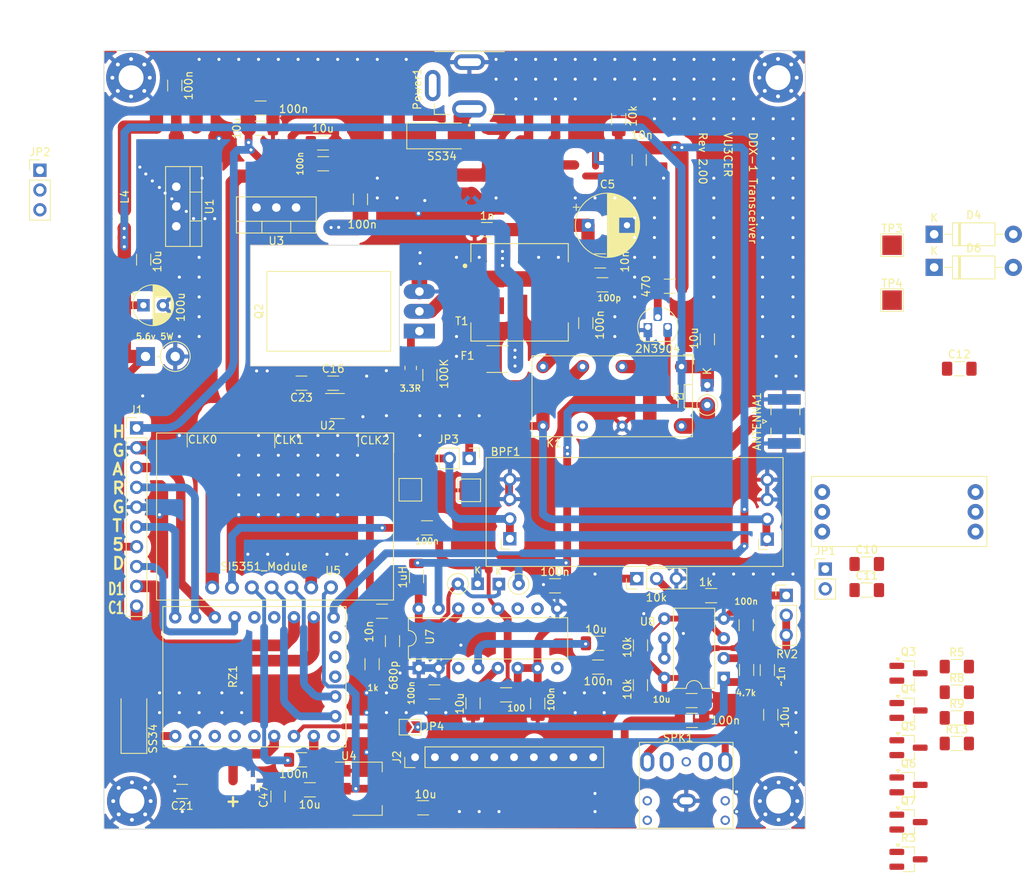
<source format=kicad_pcb>
(kicad_pcb (version 20240108) (generator "pcbnew") (generator_version "8.0")
  (layers (0 "F.Cu" signal) (31 "B.Cu" signal) (35 "F.Paste" user) (37 "F.SilkS" user "F.Silkscreen") (38 "B.Mask" user) (39 "F.Mask" user) (44 "Edge.Cuts" user))
  (net 0 "")
  (net 1 "GND")
  (net 2 "+VDC")
  (net 3 "Net-(C7-Pad2)")
  (net 4 "PTT")
  (net 5 "/DRAIN")
  (net 6 "Net-(Q2-G)")
  (net 7 "+5V")
  (net 8 "12V")
  (net 10 "Net-(D3-A)")
  (net 11 "RX")
  (net 13 "Net-(Q1-B)")
  (net 14 "ANTENNA1")
  (net 15 "Net-(U7-AM_OSC)")
  (net 16 "RX_OSC")
  (net 17 "Net-(U7-FM{slash}AM_SW)")
  (net 18 "Net-(C31-Pad1)")
  (net 19 "Net-(D8-A)")
  (net 20 "+3.3V")
  (net 21 "RX_AUDIO")
  (net 22 "Net-(C38-Pad2)")
  (net 23 "Net-(U8A-+)")
  (net 24 "Net-(U8A--)")
  (net 25 "Net-(C43-Pad2)")
  (net 26 "SCL")
  (net 27 "SDA")
  (net 28 "Net-(RV1-Pad2)")
  (net 34 "Net-(U8B--)")
  (net 37 "Net-(U2-OUT)")
  (net 38 "RF_OUT1")
  (net 40 "Net-(D2-K)")
  (net 41 "unconnected-(RZ1-GP27-Pad18)")
  (net 42 "Net-(D4-K)")
  (net 43 "TUNE")
  (net 44 "CAL")
  (net 45 "TO_ADC")
  (net 48 "TX_RF")
  (net 49 "LDATA")
  (net 50 "G1")
  (net 51 "Net-(U5-S2)")
  (net 52 "RX_AFTER_HPF")
  (net 54 "UART_TX")
  (net 55 "G5")
  (net 56 "12V_VIA_LDO")
  (net 57 "Net-(JP2-C)")
  (net 58 "UART_RX")
  (net 59 "10-11V")
  (net 60 "G2")
  (net 62 "Net-(JP4-A)")
  (net 64 "Net-(F1-Pad1)")
  (net 65 "G4")
  (net 66 "G3")
  (net 67 "Net-(U1-VO)")
  (net 68 "15m")
  (net 69 "EXTRA")
  (net 70 "20m")
  (net 71 "80m")
  (net 72 "40m")
  (net 73 "Net-(Q3-B)")
  (net 74 "Net-(Q4-B)")
  (net 75 "Net-(Q5-B)")
  (net 76 "Net-(Q6-B)")
  (net 77 "Net-(Q7-B)")
  (footprint "Capacitor_SMD:C_1206_3216Metric_Pad1.33x1.80mm_HandSolder" (layer "F.Cu") (at 157.0867 72.7964)
    (property "Reference" "C2" (hide yes))
    (property "Value" "10u")
  )
  (footprint "Capacitor_SMD:C_1206_3216Metric_Pad1.33x1.80mm_HandSolder" (layer "F.Cu") (at 198.79 97.79 90)
    (property "Reference" "C7" (hide yes))
    (property "Value" "100n")
  )
  (footprint "Package_TO_SOT_THT:TO-220-3_Horizontal_TabDown" (layer "F.Cu") (at 177.44 98.825 90)
    (property "Reference" "Q2")
    (property "Value" "IRF510")
  )
  (footprint "Diode_SMD:D_SMA_Handsoldering" (layer "F.Cu") (at 180.33 73.78)
    (property "Reference" "D1" (hide yes))
    (property "Value" "SS34")
  )
  (footprint "Capacitor_THT:CP_Radial_D8.0mm_P5.00mm" (layer "F.Cu") (at 199.0744 85.2424)
    (property "Reference" "C5")
    (property "Value" "330u")
  )
  (footprint "Capacitor_SMD:C_1206_3216Metric_Pad1.33x1.80mm_HandSolder" (layer "F.Cu") (at 147.0025 157.89 180)
    (property "Reference" "C21")
    (property "Value" "100n")
  )
  (footprint "Resistor_SMD:R_1206_3216Metric_Pad1.30x1.75mm_HandSolder" (layer "F.Cu") (at 246.4 141.87)
    (property "Reference" "R5")
    (property "Value" "1k")
  )
  (footprint "Package_TO_SOT_SMD:SOT-23_Handsoldering" (layer "F.Cu") (at 240.2 152.275)
    (property "Reference" "Q5")
    (property "Value" "BC847")
  )
  (footprint "Package_TO_SOT_SMD:SOT-223-3_TabPin2" (layer "F.Cu") (at 170.76 157.54)
    (property "Reference" "U4")
    (property "Value" "AMS1117-3.3" (hide yes))
  )
  (footprint "Resistor_SMD:R_1206_3216Metric_Pad1.30x1.75mm_HandSolder" (layer "F.Cu") (at 246.4 151.74)
    (property "Reference" "R13")
    (property "Value" "1k")
  )
  (footprint "footprints:QRPLabs_Filter_TH" (layer "F.Cu") (at 211.91 120.13 180)
    (property "Reference" "BPF1")
    (property "Value" "QRP_Filter" (hide yes))
  )
  (footprint "Resistor_SMD:R_1206_3216Metric_Pad1.30x1.75mm_HandSolder" (layer "F.Cu") (at 203.015 71.6175 90)
    (property "Reference" "R2" (hide yes))
    (property "Value" "10k")
  )
  (footprint "Capacitor_THT:CP_Radial_D5.0mm_P2.50mm" (layer "F.Cu") (at 142.026 95.504)
    (property "Reference" "C44" (hide yes))
    (property "Value" "100u")
  )
  (footprint "Diode_THT:D_DO-15_P3.81mm_Vertical_KathodeUp" (layer "F.Cu") (at 142.3 102.08)
    (property "Reference" "D5" (hide yes))
    (property "Value" "5.6v 5W")
  )
  (footprint "MountingHole:MountingHole_3.2mm_M3_Pad_Via" (layer "F.Cu") (at 140.552944 159.132944)
    (property "Reference" "H3" (hide yes))
    (property "Value" "MountingHole_Pad" (hide yes))
  )
  (footprint "Capacitor_SMD:C_1206_3216Metric_Pad1.33x1.80mm_HandSolder" (layer "F.Cu") (at 186.1 85.8 180)
    (property "Reference" "C17" (hide yes))
    (property "Value" "1n")
  )
  (footprint "Package_TO_SOT_SMD:SOT-23-5_HandSoldering" (layer "F.Cu") (at 166.9211 108.4425)
    (property "Reference" "U2")
    (property "Value" "UCC27517ADBVR" (hide yes))
  )
  (footprint "Connector_Coaxial:SMA_Samtec_SMA-J-P-X-ST-EM1_EdgeMount" (layer "F.Cu") (at 224.26 110.415 90)
    (property "Reference" "ANTENNA1")
    (property "Value" "SMA" (hide yes))
  )
  (footprint "TestPoint:TestPoint_Pad_2.5x2.5mm" (layer "F.Cu") (at 176.28 119.18)
    (property "Reference" "TP1" (hide yes))
    (property "Value" "TestPoint" (hide yes))
  )
  (footprint "Capacitor_SMD:C_1206_3216Metric_Pad1.33x1.80mm_HandSolder" (layer "F.Cu") (at 205.64 76.8675 -90)
    (property "Reference" "C4" (hide yes))
    (property "Value" "10n")
  )
  (footprint "Resistor_SMD:R_1206_3216Metric_Pad1.30x1.75mm_HandSolder" (layer "F.Cu") (at 178.79 104.46 -90)
    (property "Reference" "R1" (hide yes))
    (property "Value" "100K")
  )
  (footprint "Inductor_SMD:L_1206_3216Metric_Pad1.22x1.90mm_HandSolder" (layer "F.Cu") (at 177.07 130.2925 90)
    (property "Reference" "L5" (hide yes))
    (property "Value" "1uH")
  )
  (footprint "Diode_THT:D_DO-35_SOD27_P2.54mm_Vertical_KathodeUp" (layer "F.Cu") (at 214.376 105.762315 -90)
    (property "Reference" "D3" (hide yes))
    (property "Value" "1N4148" (hide yes))
  )
  (footprint "footprints:Pluggable-BPF" (layer "F.Cu") (at 238.75 122.14)
    (property "Reference" "BPF2" (hide yes))
    (property "Value" "Pluggable SMD BPF" (hide yes))
  )
  (footprint "Capacitor_SMD:C_1206_3216Metric_Pad1.33x1.80mm_HandSolder" (layer "F.Cu") (at 178.42 124.07 180)
    (property "Reference" "C26" (hide yes))
    (property "Value" "100n")
  )
  (footprint "footprints:XKB_DC-005-5A-2.0_Modded" (layer "F.Cu") (at 183.85 64.3125 -90)
    (property "Reference" "Power1")
    (property "Value" "DC-005 (Barrel Jack)" (hide yes))
  )
  (footprint "Capacitor_SMD:C_1206_3216Metric_Pad1.33x1.80mm_HandSolder" (layer "F.Cu") (at 165.09 77.35 180)
    (property "Reference" "C30" (hide yes))
    (property "Value" "100n")
  )
  (footprint "Connector_PinHeader_2.54mm:PinHeader_1x03_P2.54mm_Vertical" (layer "F.Cu") (at 205.334 130.58 90)
    (property "Reference" "RV1" (hide yes))
    (property "Value" "10k")
  )
  (footprint "Resistor_SMD:R_1206_3216Metric_Pad1.30x1.75mm_HandSolder" (layer "F.Cu") (at 171.37 141.56 -90)
    (property "Reference" "R7" (hide yes))
    (property "Value" "1k")
  )
  (footprint "Capacitor_SMD:C_1206_3216Metric_Pad1.33x1.80mm_HandSolder" (layer "F.Cu") (at 222.086 142.3355 90)
    (property "Reference" "C40" (hide yes))
    (property "Value" "~1n")
  )
  (footprint "footprints:PJ-307_Modded" (layer "F.Cu") (at 211.68 156.09 90)
    (property "Reference" "SPK1")
    (property "Value" "SPEAKER")
  )
  (footprint "Capacitor_SMD:C_1206_3216Metric_Pad1.33x1.80mm_HandSolder" (layer "F.Cu") (at 146.05 67.31 90)
    (property "Reference" "C9" (hide yes))
    (property "Value" "100n")
  )
  (footprint "Capacitor_SMD:C_1206_3216Metric_Pad1.33x1.80mm_HandSolder" (layer "F.Cu") (at 179.376 145.128)
    (property "Reference" "C29" (hide yes))
    (property "Value" "100n")
  )
  (footprint "Capacitor_SMD:C_1206_3216Metric_Pad1.33x1.80mm_HandSolder" (layer "F.Cu") (at 200.37 141.93 180)
    (property "Reference" "C39" (hide yes))
    (property "Value" "100n")
  )
  (footprint "Capacitor_SMD:C_1206_3216Metric_Pad1.33x1.80mm_HandSolder" (layer "F.Cu") (at 166.3786 105.5025)
    (property "Reference" "C16")
    (property "Value" "10u")
  )
  (footprint "Package_DIP:DIP-16_W7.62mm" (layer "F.Cu") (at 177.356 142.058 90)
    (property "Reference" "U7")
    (property "Value" "CD2003GB_GP" (hide yes))
  )
  (footprint "Diode_THT:D_DO-35_SOD27_P2.54mm_Vertical_KathodeUp" (layer "F.Cu") (at 187.64 131.28)
    (property "Reference" "D9" (hide yes))
    (property "Value" "1N4148" (hide yes))
  )
  (footprint "Resistor_SMD:R_1206_3216Metric_Pad1.30x1.75mm_HandSolder" (layer "F.Cu") (at 246.4 145.16)
    (property "Reference" "R8")
    (property "Value" "1k")
  )
  (footprint "Capacitor_SMD:C_1206_3216Metric_Pad1.33x1.80mm_HandSolder" (layer "F.Cu") (at 212.3735 146.233)
    (property "Reference" "C42" (hide yes))
    (property "Value" "10u")
  )
  (footprint "MountingHole:MountingHole_3.2mm_M3_Pad_Via" (layer "F.Cu") (at 223.53 159.13)
    (property "Reference" "H4" (hide yes))
    (property "Value" "MountingHole_Pad" (hide yes))
  )
  (footprint "Resistor_SMD:R_1206_3216Metric_Pad1.30x1.75mm_HandSolder" (layer "F.Cu") (at 205.8 144.27 -90)
    (property "Reference" "R11" (hide yes))
    (property "Value" "10k")
  )
  (footprint "Capacitor_SMD:C_1206_3216Metric_Pad1.33x1.80mm_HandSolder" (layer "F.Cu") (at 165.0725 74.68 180)
    (property "Reference" "C24" (hide yes))
    (property "Value" "10u")
  )
  (footprint "Capacitor_SMD:C_1206_3216Metric_Pad1.33x1.80mm_HandSolder" (layer "F.Cu") (at 214.39 99.88 90)
    (property "Reference" "C13" (hide yes))
    (property "Value" "10u")
  )
  (footprint "Capacitor_SMD:C_1206_3216Metric_Pad1.33x1.80mm_HandSolder" (layer "F.Cu") (at 157.0613 70.2056)
    (property "Reference" "C1" (hide yes))
    (property "Value" "100n")
  )
  (footprint "TestPoint:TestPoint_Pad_2.5x2.5mm" (layer "F.Cu") (at 238.09 87.8)
    (property "Reference" "TP3")
    (property "Value" "TestPoint")
  )
  (footprint "Resistor_SMD:R_1206_3216Metric_Pad1.30x1.75mm_HandSolder" (layer "F.Cu") (at 205.81 139.146 90)
    (property "Reference" "R10" (hide yes))
    (property "Value" "10k")
  )
  (footprint "TestPoint:TestPoint_Pad_2.5x2.5mm" (layer "F.Cu") (at 183.84 119.25)
    (property "Reference" "TP2" (hide yes))
    (property "Value" "TestPoint" (hide yes))
  )
  (footprint "Package_TO_SOT_THT:TO-220-3_Vertical" (layer "F.Cu") (at 146.245 80.295 -90)
    (property "Reference" "U1")
    (property "Value" "LM7805_TO220")
  )
  (footprint "Package_DIP:DIP-8_W7.62mm" (layer "F.Cu") (at 216.496 143.333 180)
    (property "Reference" "U8")
    (property "Value" "MCP6002" (hide yes))
  )
  (footprint "footprints:IND_SRF1260A-4R7Y-Longer-Pads" (layer "F.Cu") (at 190.295 93.85)
    (property "Reference" "T1")
    (property "Value" "Bifilar XFMR" (hide yes))
  )
  (footprint "Capacitor_SMD:C_1206_3216Metric_Pad1.33x1.80mm_HandSolder" (layer "F.Cu") (at 192.62 146.61 -90)
    (property "Reference" "C37" (hide yes))
    (property "Value" "100n")
  )
  (footprint "Package_TO_SOT_SMD:SOT-23_Handsoldering" (layer "F.Cu") (at 240.2 166.6)
    (property "Reference" "R3")
    (property "Value" "1k")
  )
  (footprint "Capacitor_SMD:C_1206_3216Metric_Pad1.33x1.80mm_HandSolder" (layer "F.Cu") (at 234.845 128.705)
    (property "Reference" "C10")
    (property "Value" "1n")
  )
  (footprint "Capacitor_SMD:C_1206_3216Metric_Pad1.33x1.80mm_HandSolder" (layer "F.Cu") (at 172.6475 134.77 180)
    (property "Reference" "C35" (hide yes))
    (property "Value" "10n")
  )
  (footprint "Capacitor_SMD:C_1206_3216Metric_Pad1.33x1.80mm_HandSolder" (layer "F.Cu") (at 169.88 81.91 90)
    (property "Reference" "C32" (hide yes))
    (property "Value" "100n")
  )
  (footprint "Connector_PinHeader_2.54mm:PinHeader_1x02_P2.54mm_Vertical" (layer "F.Cu") (at 183.83 115.16 -90)
    (property "Reference" "JP3")
    (property "Value" "Jumper_2_Open" (hide yes))
  )
  (footprint "Package_TO_SOT_SMD:SOT-23_Handsoldering" (layer "F.Cu") (at 240.2 142.725)
    (property "Reference" "Q3")
    (property "Value" "BC847")
  )
  (footprint "Capacitor_SMD:C_1206_3216Metric_Pad1.33x1.80mm_HandSolder" (layer "F.Cu") (at 184.324 146.5825 -90)
    (property "Reference" "C36" (hide yes))
    (property "Value" " 10u")
  )
  (footprint "Capacitor_SMD:C_1206_3216Metric_Pad1.33x1.80mm_HandSolder" (layer "F.Cu") (at 177.9175 159.99)
    (property "Reference" "C46" (hide yes))
    (property "Value" "10u")
  )
  (footprint "Capacitor_SMD:C_1206_3216Metric_Pad1.33x1.80mm_HandSolder" (layer "F.Cu") (at 200.37 138.88)
    (property "Reference" "C38" (hide yes))
    (property "Value" "10u")
  )
  (footprint "Capacitor_SMD:C_1206_3216Metric_Pad1.33x1.80mm_HandSolder" (layer "F.Cu") (at 200.93 92.88)
    (property "Reference" "C3" (hide yes))
    (property "Value" "100p")
  )
  (footprint "Capacitor_SMD:C_1206_3216Metric_Pad1.33x1.80mm_HandSolder" (layer "F.Cu") (at 162.3086 105.5025 180)
    (property "Reference" "C23")
    (property "Value" "10n")
  )
  (footprint "Connector_PinHeader_2.54mm:PinHeader_1x10_P2.54mm_Vertical" (layer "F.Cu") (at 176.89 153.5 90)
    (property "Reference" "J2")
    (property "Value" "E-LPF")
  )
  (footprint "Capacitor_SMD:C_1206_3216Metric_Pad1.33x1.80mm_HandSolder" (layer "F.Cu") (at 162.27 153.83)
    (property "Reference" "C27" (hide yes))
    (property "Value" "100n")
  )
  (footprint "Capacitor_SMD:C_1206_3216Metric_Pad1.33x1.80mm_HandSolder" (layer "F.Cu") (at 219.376 136.56 90)
    (property "Reference" "C41" (hide yes))
    (property "Value" "100n")
  )
  (footprint "Capacitor_SMD:C_1206_3216Metric_Pad1.33x1.80mm_HandSolder" (layer "F.Cu") (at 159.3 158.5375 90)
    (property "Reference" "C47")
    (property "Value" "100n")
  )
  (footprint "footprints:RP2040-Zero" (layer "F.Cu") (at 168.02 152.17 90)
    (property "Reference" "RZ1")
    (property "Value" "RP2040-Zero" (hide yes))
  )
  (footprint "Jumper:SolderJumper-2_P1.3mm_Open_TrianglePad1.0x1.5mm" (layer "F.Cu") (at 176.255 149.64)
    (property "Reference" "JP4")
    (property "Value" "Jumper_2_Open" (hide yes))
  )
  (footprint "Capacitor_SMD:C_1206_3216Metric_Pad1.33x1.80mm_HandSolder" (layer "F.Cu") (at 200.63 89.82)
    (property "Reference" "C6" (hide yes))
    (property "Value" "10n")
  )
  (footprint "Capacitor_SMD:C_1206_3216Metric_Pad1.33x1.80mm_HandSolder" (layer "F.Cu") (at 222.526 148.0525 -90)
    (property "Reference" "C43" (hide yes))
    (property "Value" "10u")
  )
  (footprint "Connector_PinHeader_2.54mm:PinHeader_1x03_P2.54mm_Vertical" (layer "F.Cu") (at 224.51 132.74)
    (property "Reference" "RV2")
    (property "Value" "20k" (hide yes))
  )
  (footprint "MountingHole:MountingHole_3.2mm_M3_Pad_Via" (layer "F.Cu") (at 140.442944 66.312944)
    (property "Reference" "H1" (hide yes))
    (property "Value" "MountingHole_Pad" (hide yes))
  )
  (footprint "Diode_THT:D_DO-35_SOD27_P2.54mm_Vertical_KathodeUp" (layer "F.Cu") (at 184.916 131.248 180)
    (property "Reference" "D8" (hide yes))
    (property "Value" "1N4148" (hide yes))
  )
  (footprint "Resistor_SMD:R_1206_3216Metric_Pad1.30x1.75mm_HandSolder" (layer "F.Cu") (at 246.4 148.45)
    (property "Reference" "R9")
    (property "Value" "1k")
  )
  (footprint "Capacitor_SMD:C_1206_3216Metric_Pad1.33x1.80mm_HandSolder" (layer "F.Cu") (at 173.99 138.61 -90)
    (property "Reference" "C31" (hide yes))
    (property "Value" "680p")
  )
  (footprint "Package_TO_SOT_SMD:SOT-23_Handsoldering" (layer "F.Cu") (at 240.2 161.825)
    (property "Reference" "Q7")
    (property "Value" "BC847")
  )
  (footprint "Diode_THT:D_DO-41_SOD81_P10.16mm_Horizontal" (layer "F.Cu") (at 243.49 90.65)
    (property "Reference" "D6")
    (property "Value" "1N4007")
  )
  (footprint "Package_TO_SOT_THT:TO-220-3_Vertical" (layer "F.Cu") (at 161.62 82.97 180)
    (property "Reference" "U3")
    (property "Value" "LM7812_TO220")
  )
  (footprint "Diode_THT:D_DO-41_SOD81_P10.16mm_Horizontal" (layer "F.Cu") (at 243.49 86.4)
    (property "Reference" "D4")
    (property "Value" "1N4007")
  )
  (footprint "Relay_THT:Relay_DPDT_Omron_G5V-2" (layer "F.Cu") (at 211.074 103.378 -90)
    (property "Reference" "K1")
    (property "Value" "Omron G5V-2 / OEN 46-05-2C" (hide yes))
  )
  (footprint "Inductor_SMD:L_0805_2012Metric_Pad1.05x1.20mm_HandSolder" (layer "F.Cu") (at 139.58 84.45 90)
    (property "Reference" "L4")
    (property "Value" "Ferrite Bead (2A)" (hide yes))
  )
  (footprint "Capacitor_SMD:C_1206_3216Metric_Pad1.33x1.80mm_HandSolder" (layer "F.Cu") (at 142.06 89.66 90)
    (property "Reference" "C8" (hide yes))
    (property "Value" "10u")
  )
  (footprint "Resistor_SMD:R_1206_3216Metric_Pad1.30x1.75mm_HandSolder" (layer "F.Cu") (at 214.884 132.768 180)
    (property "Reference" "Rin1" (hide yes))
    (property "Value" "1k")
  )
  (footprint "Fuse:Fuse_1812_4532Metric_Pad1.30x3.40mm_HandSolder" (layer "F.Cu") (at 187.465 102.41)
    (property "Reference" "F1")
    (property "Value" "2A" (hide yes))
  )
  (footprint "Resistor_SMD:R_1206_3216Metric_Pad1.30x1.75mm_HandSolder" (layer "F.Cu") (at 219.426 142.303 90)
    (property "Reference" "Rf1" (hide yes))
    (property "Value" "4.7k")
  )
  (footprint "Capacitor_SMD:C_1206_3216Metric_Pad1.33x1.80mm_HandSolder" (layer "F.Cu") (at 194.84 131.504 180)
    (property "Reference" "C28" (hide yes))
    (property "Value" "100n")
  )
  (footprint "Capacitor_SMD:C_1206_3216Metric_Pad1.33x1.80mm_HandSolder" (layer "F.Cu") (at 163.39 157.68 180)
    (property "Reference" "C45" (hide yes))
    (property "Value" "10u")
  )
  (footprint "Resistor_SMD:R_0805_2012Metric_Pad1.20x1.40mm_HandSolder" (layer "F.Cu") (at 176.32 103.55 90)
    (property "Reference" "R12" (hide yes))
    (property "Value" "3.3R")
  )
  (footprint "Package_TO_SOT_SMD:SOT-23_Handsoldering" (layer "F.Cu") (at 240.2 157.05)
    (property "Reference" "Q6")
    (property "Value" "BC847")
  )
  (footprint "MountingHole:MountingHole_3.2mm_M3_Pad_Via" (layer "F.Cu") (at 223.457056 66.302944)
    (property "Reference" "H2" (hide yes))
    (property "Value" "MountingHole_Pad" (hide yes))
  )
  (footprint "Package_TO_SOT_SMD:SOT-23_Handsoldering" (layer "F.Cu") (at 240.2 147.5)
    (property "Reference" "Q4")
    (property "Value" "BC847")
  )
  (footprint "Diode_SMD:D_SMA_Handsoldering" (layer "F.Cu") (at 140.809082 148.496187 90)
    (property "Reference" "D2" (hide yes))
    (property "Value" "SS34")
  )
  (footprint "Connector_PinHeader_2.54mm:PinHeader_1x02_P2.54mm_Vertical" (layer "F.Cu") (at 229.515 129.355)
    (property "Reference" "JP1")
    (property "Value" "Jumper_2_Open")
  )
  (footprint "Capacitor_SMD:C_1206_3216Metric_Pad1.33x1.80mm_HandSolder" (layer "F.Cu") (at 246.7125 103.65)
    (property "Reference" "C12")
    (property "Value" "10u")
  )
  (footprint "Connector_PinHeader_2.54mm:PinHeader_1x10_P2.54mm_Vertical" (layer "F.Cu") (at 141.15 111.252)
    (property "Reference" "J1")
    (property "Value" "Conn_01x06" (hide yes))
  )
  (footprint "Connector_PinHeader_2.54mm:PinHeader_1x03_P2.54mm_Vertical" (layer "F.Cu") (at 128.75 78.175)
    (property "Reference" "JP2")
    (property "Value" "Power_Switch")
  )
  (footprint "TestPoint:TestPoint_Pad_2.5x2.5mm" (layer "F.Cu") (at 238.09 94.85)
    (property "Reference" "TP4")
    (property "Value" "TestPoint")
  )
  (footprint "Resistor_SMD:R_1206_3216Metric_Pad1.30x1.75mm_HandSolder" (layer "F.Cu") (at 209.5754 93.0656 180)
    (property "Reference" "R4" (hide yes))
    (property "Value" "470")
  )
  (footprint "Package_TO_SOT_THT:TO-92_HandSolder" (layer "F.Cu") (at 206.756 98.298)
    (property "Reference" "Q1" (hide yes))
    (property "Value" "2N3904")
  )
  (footprint "Capacitor_SMD:C_1206_3216Metric_Pad1.33x1.80mm_HandSolder" (layer "F.Cu") (at 212.42 148.78)
    (property "Reference" "C25" (hide yes))
    (property "Value" "100n")
  )
  (footprint "Resistor_SMD:R_1206_3216Metric_Pad1.30x1.75mm_HandSolder" (layer "F.Cu") (at 188.564 145.496)
    (property "Reference" "R6" (hide yes))
    (property "Value" "100")
  )
  (footprint "footprints:SI5351 Module" (layer "F.Cu") (at 174.12 126.73 180)
    (property "Reference" "U5")
    (property "Value" "SI5351_Module")
  )
  (footprint "Capacitor_SMD:C_1206_3216Metric_Pad1.33x1.80mm_HandSolder" (layer "F.Cu") (at 234.845 132.055)
    (property "Reference" "C11")
    (property "Value" "10n")
  )
  (gr_rect (start 136.958 62.835) (end 226.958 162.735) (stroke (width 0.1)) (fill none) (layer "Edge.Cuts"))
  (gr_rect (start 155.765 87.8) (end 174.865 103.3) (stroke (width 0.1)) (fill none) (layer "Edge.Cuts"))
  (gr_text "D1\nC1\n" (at 137.36 135.21 0) (layer "F.SilkS") (effects (font (size 1.5 1) (thickness 0.25) (bold yes)) (justify left bottom)))
  (gr_text "+" (at 152.4 159.98 0) (layer "F.SilkS") (effects (font (size 1.5 1.5) (thickness 0.3) (bold yes)) (justify left bottom)))
  (gr_text "DDX-1 Transceiver\n\nVU3CER\n\nRev 2.00" (at 213.22 73.2 270) (layer "F.SilkS") (effects (font (size 1 1)) (justify left bottom)))
  (gr_text "H\nG\nA\nR\nG\nT\n5\nD" (at 137.88 129.51 0) (layer "F.SilkS") (effects (font (size 1.5 1.5) (thickness 0.3) (bold yes)) (justify left bottom)))
  (segment (start 194.92 73.93) (end 194.55 74.3) (width 1.2) (layer "F.Cu") (net 0))
  (segment (start 198.77 78.92) (end 202.4625 78.92) (width 0.9) (layer "F.Cu") (net 0))
  (segment (start 194.56 77.5) (end 197.35 77.5) (width 1.2) (layer "F.Cu") (net 0))
  (segment (start 202.4625 78.92) (end 203.015 78.3675) (width 0.9) (layer "F.Cu") (net 0))
  (segment (start 194.92 70.65) (end 194.92 73.93) (width 1.2) (layer "F.Cu") (net 0))
  (segment (start 194.56 77.5) (end 194.56 74.31) (width 1.2) (layer "F.Cu") (net 0))
  (segment (start 186.309 73.152) (end 188.242881 73.152) (width 1) (layer "F.Cu") (net 1))
  (segment (start 213.936 146.233) (end 213.936 147.64) (width 0.5) (layer "F.Cu") (net 1))
  (segment (start 192.184 151.914) (end 192.184 153.924) (width 0.75) (layer "F.Cu") (net 1))
  (segment (start 184.5375 81.7375) (end 184.1 81.3) (width 2) (layer "F.Cu") (net 1))
  (segment (start 214.0735 147.7775) (end 225.7546 147.7775) (width 0.5) (layer "F.Cu") (net 1))
  (segment (start 184.5375 85.8) (end 184.5375 81.7375) (width 2) (layer "F.Cu") (net 1))
  (segment (start 177.44 90.0982) (end 177.44 88.7686) (width 2) (layer "F.Cu") (net 1))
  (segment (start 168.2711 109.3925) (end 169.7725 109.3925) (width 1) (layer "F.Cu") (net 1))
  (segment (start 213.936 146.233) (end 213.936 148.7335) (width 0.5) (layer "F.Cu") (net 1))
  (segment (start 200.04 71.481714) (end 200.04 77.65) (width 0.9) (layer "F.Cu") (net 1))
  (segment (start 169.7725 109.3925) (end 170.19 109.81) (width 1) (layer "F.Cu") (net 1))
  (segment (start 167.0775 155.7725) (end 167.61 155.24) (width 0.75) (layer "F.Cu") (net 1))
  (segment (start 158.6492 72.7964) (end 158.6492 70.231) (width 1.7) (layer "F.Cu") (net 1))
  (segment (start 142.06 88.0975) (end 142.06 85.63) (width 1.7) (layer "F.Cu") (net 1))
  (segment (start 161.8275 155.7725) (end 161.89 155.71) (width 0.75) (layer "F.Cu") (net 1))
  (segment (start 188.942 118.275) (end 188.942 120.815) (width 1) (layer "F.Cu") (net 1))
  (segment (start 189.33 154.48) (end 191.67 154.48) (width 0.9) (layer "F.Cu") (net 1))
  (segment (start 219.376 134.9975) (end 217.2115 134.9975) (width 0.75) (layer "F.Cu") (net 1))
  (segment (start 177.732893 82.413907) (end 178.0794 82.0674) (width 2) (layer "F.Cu") (net 1))
  (segment (start 145.355774 113.499107) (end 146.637381 112.2175) (width 1.7) (layer "F.Cu") (net 1))
  (segment (start 186.461 73) (end 185.9 73) (width 1) (layer "F.Cu") (net 1))
  (segment (start 146.245 81.795) (end 146.245 87.2825) (width 1.7) (layer "F.Cu") (net 1))
  (segment (start 146.245 87.2825) (end 145.43 88.0975) (width 1.7) (layer "F.Cu") (net 1))
  (segment (start 200.747107 70.360393) (end 200.332893 70.774607) (width 0.9) (layer "F.Cu") (net 1))
  (segment (start 177.44 83.5958) (end 177.44 83.121014) (width 2) (layer "F.Cu") (net 1))
  (segment (start 177.44 93.745) (end 177.44 90.1402) (width 2) (layer "F.Cu") (net 1))
  (segment (start 163.5275 77.35) (end 163.5275 79.9525) (width 0.75) (layer "F.Cu") (net 1))
  (segment (start 192.184 151.914) (end 192.184 153.966) (width 0.9) (layer "F.Cu") (net 1))
  (segment (start 203.015 70.0675) (end 201.454214 70.0675) (width 0.9) (layer "F.Cu") (net 1))
  (segment (start 163.5275 79.9525) (end 162.035 81.445) (width 0.75) (layer "F.Cu") (net 1))
  (segment (start 161.8275 155.7725) (end 167.0775 155.7725) (width 0.75) (layer "F.Cu") (net 1))
  (segment (start 217.2115 134.9975) (end 216.496 135.713) (width 0.75) (layer "F.Cu") (net 1))
  (segment (start 141.15 113.792) (end 144.648667 113.792) (width 1.7) (layer "F.Cu") (net 1))
  (segment (start 167.2261 108.4425) (end 168.1761 109.3925) (width 0.5) (layer "F.Cu") (net 1))
  (segment (start 165.6661 108.4425) (end 167.2261 108.4425) (width 0.5) (layer "F.Cu") (net 1))
  (segment (start 163.51 74.68) (end 163.51 77.3325) (width 0.75) (layer "F.Cu") (net 1))
  (segment (start 177.44 88.7266) (end 177.44 83.841) (width 2) (layer "F.Cu") (net 1))
  (segment (start 163.846493 122.948388) (end 164.417381 122.3775) (width 1.5) (layer "F.Cu") (net 1))
  (segment (start 142.06 88.0975) (end 145.43 88.0975) (width 1.7) (layer "F.Cu") (net 1))
  (segment (start 179.168614 81.3924) (end 183.896 81.3924) (width 2) (layer "F.Cu") (net 1))
  (segment (start 225.7546 147.7775) (end 225.7546 150.3175) (width 1) (layer "F.Cu") (net 1))
  (segment (start 178.1302 82.0166) (end 178.461507 81.685293) (width 2) (layer "F.Cu") (net 1))
  (segment (start 191.628 154.48) (end 192.184 153.924) (width 0.75) (layer "F.Cu") (net 1))
  (segment (start 163.5536 131.7084) (end 163.5536 123.655495) (width 1.5) (layer "F.Cu") (net 1))
  (segment (start 191.67 154.48) (end 192.16 153.99) (width 0.9) (layer "F.Cu") (net 1))
  (segment (start 214.0735 147.7775) (end 213.936 147.64) (width 0.5) (layer "F.Cu") (net 1))
  (segment (start 161.8275 155.7725) (end 161.8275 157.68) (width 0.75) (layer "F.Cu") (net 1))
  (segment (start 189.33 154.48) (end 191.628 154.48) (width 0.75) (layer "F.Cu") (net 1))
  (via (at 217.757381 69.0375) (size 0.8) (drill 0.4) (layers "F.Cu" "B.Cu") (net 1))
  (via (at 222.837381 79.1975) (size 0.8) (drill 0.4) (layers "F.Cu" "B.Cu") (net 1))
  (via (at 194.897381 69.0375) (size 0.8) (drill 0.4) (layers "F.Cu" "B.Cu") (net 1))
  (via (at 215.217381 84.2775) (size 0.8) (drill 0.4) (layers "F.Cu" "B.Cu") (net 1))
  (via (at 206.23175 135.0775) (size 0.8) (drill 0.4) (layers "F.Cu" "B.Cu") (net 1))
  (via (at 225.377381 86.8175) (size 0.8) (drill 0.4) (layers "F.Cu" "B.Cu") (net 1))
  (via (at 225.7546 102.0575) (size 0.8) (drill 0.4) (layers "F.Cu" "B.Cu") (net 1))
  (via (at 172.037381 63.9575) (size 0.8) (drill 0.4) (layers "F.Cu" "B.Cu") (net 1))
  (via (at 156.797381 63.9575) (size 0.8) (drill 0.4) (layers "F.Cu" "B.Cu") (net 1))
  (via (at 225.377381 81.7375) (size 0.8) (drill 0.4) (layers "F.Cu" "B.Cu") (net 1))
  (via (at 149.177381 89.3575) (size 0.8) (drill 0.4) (layers "F.Cu" "B.Cu") (net 1))
  (via (at 174.9546 142.6975) (size 0.8) (drill 0.4) (layers "F.Cu" "B.Cu") (net 1))
  (via (at 202.517381 99.5175) (size 0.8) (drill 0.4) (layers "F.Cu" "B.Cu") (net 1))
  (via (at 198.61175 145.2375) (size 0.8) (drill 0.4) (layers "F.Cu" "B.Cu") (net 1))
  (via (at 149.177381 145.2375) (size 0.8) (drill 0.4) (layers "F.Cu" "B.Cu") (net 1))
  (via (at 222.837381 129.9975) (size 0.8) (drill 0.4) (layers "F.Cu" "B.Cu") (net 1))
  (via (at 215.217381 63.9575) (size 0.8) (drill 0.4) (layers "F.Cu" "B.Cu") (net 1))
  (via (at 199.977381 81.7375) (size 0.8) (drill 0.4) (layers "F.Cu" "B.Cu") (net 1))
  (via (at 177.5206 88.773) (size 0.8) (drill 0.4) (layers "F.Cu" "B.Cu") (net 1))
  (via (at 220.297381 71.5775) (size 0.8) (drill 0.4) (layers "F.Cu" "B.Cu") (net 1))
  (via (at 145.67 81.85) (size 0.8) (drill 0.4) (layers "F.Cu" "B.Cu") (net 1))
  (via (at 164.417381 117.2975) (size 0.8) (drill 0.4) (layers "F.Cu" "B.Cu") (net 1))
  (via (at 182.197381 102.0575) (size 0.8) (drill 0.4) (layers "F.Cu" "B.Cu") (net 1))
  (via (at 166.957381 112.2175) (size 0.8) (drill 0.4) (layers "F.Cu" "B.Cu") (net 1))
  (via (at 225.377381 91.8975) (size 0.8) (drill 0.4) (layers "F.Cu" "B.Cu") (net 1))
  (via (at 218.1346 160.4775) (size 0.8) (drill 0.4) (layers "F.Cu" "B.Cu") (net 1))
  (via (at 215.217381 91.8975) (size 0.8) (drill 0.4) (layers "F.Cu" "B.Cu") (net 1))
  (via (at 143.17 79.55) (size 0.8) (drill 0.4) (layers "F.Cu" "B.Cu") (net 1))
  (via (at 154.6346 147.7775) (size 0.8) (drill 0.4) (layers "F.Cu" "B.Cu") (net 1))
  (via (at 154.257381 122.3775) (size 0.8) (drill 0.4) (layers "F.Cu" "B.Cu") (net 1))
  (via (at 182.5746 160.4775) (size 0.8) (drill 0.4) (layers "F.Cu" "B.Cu") (net 1))
  (via (at 146.637381 112.2175) (size 0.8) (drill 0.4) (layers "F.Cu" "B.Cu") (net 1))
  (via (at 192.357381 66.4975) (size 0.8) (drill 0.4) (layers "F.Cu" "B.Cu") (net 1))
  (via (at 185.1146 160.4775) (size 0.8) (drill 0.4) (layers "F.Cu" "B.Cu") (net 1))
  (via (at 160.51175 127.4575) (size 0.8) (drill 0.4) (layers "F.Cu" "B.Cu") (net 1))
  (via (at 221.47175 99.5175) (size 0.8) (drill 0.4) (layers "F.Cu" "B.Cu") (net 1))
  (via (at 141.57 77.78) (size 0.8) (drill 0.4) (layers "F.Cu" "B.Cu") (net 1))
  (via (at 156.797381 117.2975) (size 0.8) (drill 0.4) (layers "F.Cu" "B.Cu") (net 1))
  (via (at 146.637381 99.5175) (size 0.8) (drill 0.4) (layers "F.Cu" "B.Cu") (net 1))
  (via (at 166.957381 117.2975) (size 0.8) (drill 0.4) (layers "F.Cu" "B.Cu") (net 1))
  (via (at 169.497381 112.2175) (size 0.8) (drill 0.4) (layers "F.Cu" "B.Cu") (net 1))
  (via (at 199.977381 129.9975) (size 0.8) (drill 0.4) (layers "F.Cu" "B.Cu") (net 1))
  (via (at 147.0146 160.4775) (size 0.8) (drill 0.4) (layers "F.Cu" "B.Cu") (net 1))
  (via (at 223.2146 102.0575) (size 0.8) (drill 0.4) (layers "F.Cu" "B.Cu") (net 1))
  (via (at 215.217381 89.3575) (size 0.8) (drill 0.4) (layers "F.Cu" "B.Cu") (net 1))
  (via (at 217.757381 66.4975) (size 0.8) (drill 0.4) (layers "F.Cu" "B.Cu") (net 1))
  (via (at 207.597381 71.5775) (size 0.8) (drill 0.4) (layers "F.Cu" "B.Cu") (net 1))
  (via (at 174.577381 81.7375) (size 0.8) (drill 0.4) (layers "F.Cu" "B.Cu") (net 1))
  (via (at 210.137381 69.0375) (size 0.8) (drill 0.4) (layers "F.Cu" "B.Cu") (net 1))
  (via (at 225.377381 71.5775) (size 0.8) (drill 0.4) (layers "F.Cu" "B.Cu") (net 1))
  (via (at 149.177381 91.8975) (size 0.8) (drill 0.4) (layers "F.Cu" "B.Cu") (net 1))
  (via (at 170.19 109.81) (size 0.8) (drill 0.4) (layers "F.Cu" "B.Cu") (net 1))
  (via (at 175.75175 63.9575) (size 0.8) (drill 0.4) (layers "F.Cu" "B.Cu") (net 1))
  (via (at 147.53 83.46) (size 0.8) (drill 0.4) (layers "F.Cu" "B.Cu") (net 1))
  (via (at 187.277381 81.7375) (size 0.8) (drill 0.4) (layers "F.Cu" "B.Cu") (net 1))
  (via (at 149.93 84.4) (size 0.8) (drill 0.4) (layers "F.Cu" "B.Cu") (net 1))
  (via (at 215.217381 129.9975) (size 0.8) (drill 0.4) (layers "F.Cu" "B.Cu") (net 1))
  (via (at 182.764 139.12) (size 0.8) (drill 0.4) (layers "F.Cu" "B.Cu") (net 1))
  (via (at 187.6546 160.4775) (size 0.8) (drill 0.4) (layers "F.Cu" "B.Cu") (net 1))
  (via (at 154.257381 63.9575) (size 0.8) (drill 0.4) (layers "F.Cu" "B.Cu") (net 1))
  (via (at 170.67175 145.2375) (size 0.8) (drill 0.4) (layers "F.Cu" "B.Cu") (net 1))
  (via (at 207.597381 63.9575) (size 0.8) (drill 0.4) (layers "F.Cu" "B.Cu") (net 1))
  (via (at 144.81 81.12) (size 0.8) (drill 0.4) (layers "F.Cu" "B.Cu") (net 1))
  (via (at 212.677381 66.4975) (size 0.8) (drill 0.4) (layers "F.Cu" "B.Cu") (net 1))
  (via (at 215.217381 94.4375) (size 0.8) (drill 0.4) (layers "F.Cu" "B.Cu") (net 1))
  (via (at 223.2146 104.5975) (size 0.8) (drill 0.4) (layers "F.Cu" "B.Cu") (net 1))
  (via (at 157.91 103.93) (size 0.8) (drill 0.4) (layers "F.Cu" "B.Cu") (net 1))
  (via (at 159.337381 122.3775) (size 0.8) (drill 0.4) (layers "F.Cu" "B.Cu") (net 1))
  (via (at 166.957381 63.9575) (size 0.8) (drill 0.4) (layers "F.Cu" "B.Cu") (net 1))
  (via (at 189.817381 63.9575) (size 0.8) (drill 0.4) (layers "F.Cu" "B.Cu") (net 1))
  (via (at 225.377381 94.4375) (size 0.8) (drill 0.4) (layers "F.Cu" "B.Cu") (net 1))
  (via (at 215.217381 86.8175) (size 0.8) (drill 0.4) (layers "F.Cu" "B.Cu") (net 1))
  (via (at 151.717381 63.9575) (size 0.8) (drill 0.4) (layers "F.Cu" "B.Cu") (net 1))
  (via (at 217.757381 71.5775) (size 0.8) (drill 0.4) (layers "F.Cu" "B.Cu") (net 1))
  (via (at 207.597381 81.7375) (size 0.8) (drill 0.4) (layers "F.Cu" "B.Cu") (net 1))
  (via (at 152.0946 147.7775) (size 0.8) (drill 0.4) (layers "F.Cu" "B.Cu") (net 1))
  (via (at 170.67175 104.5975) (size 0.8) (drill 0.4) (layers "F.Cu" "B.Cu") (net 1))
  (via (at 225.377381 79.1975) (size 0.8) (drill 0.4) (layers "F.Cu" "B.Cu") (net 1))
  (via (at 225.377381 129.9975) (size 0.8) (drill 0.4) (layers "F.Cu" "B.Cu") (net 1))
  (via (at 156.797381 112.2175) (size 0.8) (drill 0.4) (layers "F.Cu" "B.Cu") (net 1))
  (via (at 148.46 84.39) (size 0.8) (drill 0.4) (layers "F.Cu" "B.Cu") (net 1))
  (via (at 178.29175 147.7775) (size 0.8) (drill 0.4) (layers "F.Cu" "B.Cu") (net 1))
  (via (at 144.097381 145.2375) (size 0.8) (drill 0.4) (layers "F.Cu" "B.Cu") (net 1))
  (via (at 215.217381 79.1975) (size 0.8) (drill 0.4) (layers "F.Cu" "B.Cu") (net 1))
  (via (at 177.4946 112.2175) (size 0.8) (drill 0.4) (layers "F.Cu" "B.Cu") (net 1))
  (via (at 161.877381 117.2975) (size 0.8) (drill 0.4) (layers "F.Cu" "B.Cu") (net 1))
  (via (at 166.957381 122.3775) (size 0.8) (drill 0.4) (layers "F.Cu" "B.Cu") (net 1))
  (via (at 154.257381 119.8375) (size 0.8) (drill 0.4) (layers "F.Cu" "B.Cu") (net 1))
  (via (at 173.21175 147.7775) (size 0.8) (drill 0.4) (layers "F.Cu" "B.Cu") (net 1))
  (via (at 187.277381 66.4975) (size 0.8) (drill 0.4) (layers "F.Cu" "B.Cu") (net 1))
  (via (at 173.2 103.9) (size 0.8) (drill 0.4) (layers "F.Cu" "B.Cu") (net 1))
  (via (at 177.4946 109.6775) (size 0.8) (drill 0.4) (layers "F.Cu" "B.Cu") (net 1))
  (via (at 199.977381 160.4775) (size 0.8) (drill 0.4) (layers "F.Cu" "B.Cu") (net 1))
  (via (at 169.497381 63.9575) (size 0.8) (drill 0.4) (layers "F.Cu" "B.Cu") (net 1))
  (via (at 202.517381 81.7375) (size 0.8) (drill 0.4) (layers "F.Cu" "B.Cu") (net 1))
  (via (at 225.377381 84.2775) (size 0.8) (drill 0.4) (layers "F.Cu" "B.Cu") (net 1))
  (via (at 149.177381 99.5175) (size 0.8) (drill 0.4) (layers "F.Cu" "B.Cu") (net 1))
  (via (at 207.597381 84.2775) (size 0.8) (drill 0.4) (layers "F.Cu" "B.Cu") (net 1))
  (via (at 212.677381 71.5775) (size 0.8) (drill 0.4) (layers "F.Cu" "B.Cu") (net 1))
  (via (at 149.5546 79.1975) (size 0.8) (drill 0.4) (layers "F.Cu" "B.Cu") (net 1))
  (via (at 156.797381 122.3775) (size 0.8) (drill 0.4) (layers "F.Cu" "B.Cu") (net 1))
  (via (at 193.36 131.35) (size 0.8) (drill 0.4) (layers "F.Cu" "B.Cu") (net 1))
  (via (at 173.21175 109.6775) (size 0.8) (drill 0.4) (layers "F.Cu" "B.Cu") (net 1))
  (via (at 175.75175 147.7775) (size 0.8) (drill 0.4) (layers "F.Cu" "B.Cu") (net 1))
  (via (at 207.597381 69.0375) (size 0.8) (drill 0.4) (layers "F.Cu" "B.Cu") (net 1))
  (via (at 225.7546 147.7775) (size 0.8) (drill 0.4) (layers "F.Cu" "B.Cu") (net 1))
  (via (at 199.97 158.15) (size 0.8) (drill 0.4) (layers "F.Cu" "B.Cu") (net 1))
  (via (at 173.21175 112.2175) (size 0.8) (drill 0.4) (layers "F.Cu" "B.Cu") (net 1))
  (via (at 197.437381 63.9575) (size 0.8) (drill 0.4) (layers "F.Cu" "B.Cu") (net 1))
  (via (at 180.83175 147.7775) (size 0.8) (drill 0.4) (layers "F.Cu" "B.Cu") (net 1))
  (via (at 180.0346 109.6775) (size 0.8) (drill 0.4) (layers "F.Cu" "B.Cu") (net 1))
  (via (at 161.877381 112.2175) (size 0.8) (drill 0.4) (layers "F.Cu" "B.Cu") (net 1))
  (via (at 165.59175 127.4575) (size 0.8) (drill 0.4) (layers "F.Cu" "B.Cu") (net 1))
  (via (at 211.31175 137.6175) (size 0.8) (drill 0.4) (layers "F.Cu" "B.Cu") (net 1))
  (via (at 161.877381 114.7575) (size 0.8) (drill 0.4) (layers "F.Cu" "B.Cu") (net 1))
  (via (at 142.33 78.66) (size 0.8) (drill 0.4) (layers "F.Cu" "B.Cu") (net 1))
  (via (at 161.877381 122.3775) (size 0.8) (drill 0.4) (layers "F.Cu" "B.Cu") (net 1))
  (via (at 215.217381 69.0375) (size 0.8) (drill 0.4) (layers "F.Cu" "B.Cu") (net 1))
  (via (at 156.797381 119.8375) (size 0.8) (drill 0.4) (layers "F.Cu" "B.Cu") (net 1))
  (via (at 169.497381 114.7575) (size 0.8) (drill 0.4) (layers "F.Cu" "B.Cu") (net 1))
  (via (at 208.77175 79.1975) (size 0.8) (drill 0.4) (layers "F.Cu" "B.Cu") (net 1))
  (via (at 221.47175 91.8975) (size 0.8) (drill 0.4) (layers "F.Cu" "B.Cu") (net 1))
  (via (at 195.2746 89.3575) (size 0.8) (drill 0.4) (layers "F.Cu" "B.Cu") (net 1))
  (via (at 170.67175 147.7775) (size 0.8) (drill 0.4) (layers "F.Cu" "B.Cu") (net 1))
  (via (at 197.437381 69.0375) (size 0.8) (drill 0.4) (layers "F.Cu" "B.Cu") (net 1))
  (via (at 154.257381 114.7575) (size 0.8) (drill 0.4) (layers "F.Cu" "B.Cu") (net 1))
  (via (at 164.417381 122.3775) (size 0.8) (drill 0.4) (layers "F.Cu" "B.Cu") (net 1))
  (via (at 149.177381 96.9775) (size 0.8) (drill 0.4) (layers "F.Cu" "B.Cu") (net 1))
  (via (at 182.197381 89.3575) (size 0.8) (drill 0.4) (layers "F.Cu" "B.Cu") (net 1))
  (via (at 149.177381 147.7775) (size 0.8) (drill 0.4) (layers "F.Cu" "B.Cu") (net 1))
  (via (at 192.357381 69.0375) (size 0.8) (drill 0.4) (layers "F.Cu" "B.Cu") (net 1))
  (via (at 221.47175 86.8175) (size 0.8) (drill 0.4) (layers "F.Cu" "B.Cu") (net 1))
  (via (at 149.177381 63.9575) (size 0.8) (drill 0.4) (layers "F.Cu" "B.Cu") (net 1))
  (via (at 161.877381 63.9575) (size 0.8) (drill 0.4) (layers "F.Cu" "B.Cu") (net 1))
  (via (at 221.47175 94.4375) (size 0.8) (drill 0.4) (layers "F.Cu" "B.Cu") (net 1))
  (via (at 182.5746 109.6775) (size 0.8) (drill 0.4) (layers "F.Cu" "B.Cu") (net 1))
  (via (at 144.097381 147.7775) (size 0.8) (drill 0.4) (layers "F.Cu" "B.Cu") (net 1))
  (via (at 146.637381 91.8975) (size 0.8) (drill 0.4) (layers "F.Cu" "B.Cu") (net 1))
  (via (at 164.417381 63.9575) (size 0.8) (drill 0.4) (layers "F.Cu" "B.Cu") (net 1))
  (via (at 225.377381 96.9775) (size 0.8) (drill 0.4) (layers "F.Cu" "B.Cu") (net 1))
  (via (at 173.21175 145.2375) (size 0.8) (drill 0.4) (layers "F.Cu" "B.Cu") (net 1))
  (via (at 152.0946 145.2375) (size 0.8) (drill 0.4) (layers "F.Cu" "B.Cu") (net 1))
  (via (at 202.517381 96.9775) (size 0.8) (drill 0.4) (layers "F.Cu" "B.Cu") (net 1))
  (via (at 215.217381 66.4975) (size 0.8) (drill 0.4) (layers "F.Cu" "B.Cu") (net 1))
  (via (at 212.677381 69.0375) (size 0.8) (drill 0.4) (layers "F.Cu" "B.Cu") (net 1))
  (via (at 202.517381 66.4975) (size 0.8) (drill 0.4) (layers "F.Cu" "B.Cu") (net 1))
  (via (at 146.51 82.53) (size 0.8) (drill 0.4) (layers "F.Cu" "B.Cu") (net 1))
  (via (at 225.377381 99.5175) (size 0.8) (drill 0.4) (layers "F.Cu" "B.Cu") (net 1))
  (via (at 168.13175 127.4575) (size 0.8) (drill 0.4) (layers "F.Cu" "B.Cu") (net 1))
  (via (at 155.43175 127.4575) (size 0.8) (drill 0.4) (layers "F.Cu" "B.Cu") (net 1))
  (via (at 146.06 155.98) (size 0.8) (drill 0.4) (layers "F.Cu" "B.Cu") (net 1))
  (via (at 225.377381 74.1175) (size 0.8) (drill 0.4) (layers "F.Cu" "B.Cu") (net 1))
  (via (at 221.47175 89.3575) (size 0.8) (drill 0.4) (layers "F.Cu" "B.Cu") (net 1))
  (via (at 197.437381 81.7375) (size 0.8) (drill 0.4) (layers "F.Cu" "B.Cu") (net 1))
  (via (at 159.337381 112.2175) (size 0.8) (drill 0.4) (layers "F.Cu" "B.Cu") (net 1))
  (via (at 177.5206 90.1446) (size 0.8) (drill 0.4) (layers "F.Cu" "B.Cu") (net 1))
  (via (at 222.837381 74.1175) (size 0.8) (drill 0.4) (layers "F.Cu" "B.Cu") (net 1))
  (via (at 205.057381 91.8975) (size 0.8) (drill 0.4) (layers "F.Cu" "B.Cu") (net 1))
  (via (at 146.637381 145.2375) (size 0.8) (drill 0.4) (layers "F.Cu" "B.Cu") (net 1))
  (via (at 178.1302 82.0674) (size 0.8) (drill 0.4) (layers "F.Cu" "B.Cu") (net 1))
  (via (at 185.1146 109.6775) (size 0.8) (drill 0.4) (layers "F.Cu" "B.Cu") (net 1))
  (via (at 225.377381 76.6575) (size 0.8) (drill 0.4) (layers "F.Cu" "B.Cu") (net 1))
  (via (at 166.957381 114.7575) (size 0.8) (drill 0.4) (layers "F.Cu" "B.Cu") (net 1))
  (via (at 215.217381 81.7375) (size 0.8) (drill 0.4) (layers "F.Cu" "B.Cu") (net 1))
  (via (at 217.757381 129.9975) (size 0.8) (drill 0.4) (layers "F.Cu" "B.Cu") (net 1))
  (via (at 225.377381 89.3575) (size 0.8) (drill 0.4) (layers "F.Cu" "B.Cu") (net 1))
  (via (at 154.6346 145.2375) (size 0.8) (drill 0.4) (layers "F.Cu" "B.Cu") (net 1))
  (via (at 164.417381 119.8375) (size 0.8) (drill 0.4) (layers "F.Cu" "B.Cu") (net 1))
  (via (at 189.817381 69.0375) (size 0.8) (drill 0.4) (layers "F.Cu" "B.Cu") (net 1))
  (via (at 202.517381 63.9575) (size 0.8) (drill 0.4) (layers "F.Cu" "B.Cu") (net 1))
  (via (at 159.337381 63.9575) (size 0.8) (drill 0.4) (layers "F.Cu" "B.Cu") (net 1))
  (via (at 149.177381 94.4375) (size 0.8) (drill 0.4) (layers "F.Cu" "B.Cu") (net 1))
  (via (at 166.957381 119.8375) (size 0.8) (drill 0.4) (layers "F.Cu" "B.Cu") (net 1))
  (via (at 210.137381 66.4975) (size 0.8) (drill 0.4) (layers "F.Cu" "B.Cu") (net 1))
  (via (at 146.637381 147.7775) (size 0.8) (drill 0.4) (layers "F.Cu" "B.Cu") (net 1))
  (via (at 222.837381 76.6575) (size 0.8) (drill 0.4) (layers "F.Cu" "B.Cu") (net 1))
  (via (at 164.417381 112.2175) (size 0.8) (drill 0.4) (layers "F.Cu" "B.Cu") (net 1))
  (via (at 201.15175 145.2375) (size 0.8) (drill 0.4) (layers "F.Cu" "B.Cu") (net 1))
  (via (at 177.3174 83.7184) (size 0.8) (drill 0.4) (layers "F.Cu" "B.Cu") (net 1))
  (via (at 218.1346 157.9375) (size 0.8) (drill 0.4) (layers "F.Cu" "B.Cu") (net 1))
  (via (at 185.1146 89.3575) (size 0.8) (drill 0.4) (layers "F.Cu" "B.Cu") (net 1))
  (via (at 225.7546 152.8575) (size 0.8) (drill 0.4) (layers "F.Cu" "B.Cu") (net 1))
  (via (at 151.17 84.4) (size 0.8) (drill 0.4) (layers "F.Cu" "B.Cu") (net 1))
  (via (at 199.977381 63.9575) (size 0.8) (drill 0.4) (layers "F.Cu" "B.Cu") (net 1))
  (via (at 205.057381 86.8175) (size 0.8) (drill 0.4) (layers "F.Cu" "B.Cu") (net 1))
  (via (at 172.037381 81.7375) (size 0.8) (drill 0.4) (layers "F.Cu" "B.Cu") (net 1))
  (via (at 205.057381 89.3575) (size 0.8) (drill 0.4) (layers "F.Cu" "B.Cu") (net 1))
  (via (at 210.137381 71.5775) (size 0.8) (drill 0.4) (layers "F.Cu" "B.Cu") (net 1))
  (via (at 221.47175 96.9775) (size 0.8) (drill 0.4) (layers "F.Cu" "B.Cu") (net 1))
  (via (at 187.277381 63.9575) (size 0.8) (drill 0.4) (layers "F.Cu" "B.Cu") (net 1))
  (via (at 197.437381 66.4975) (size 0.8) (drill 0.4) (layers "F.Cu" "B.Cu") (net 1))
  (via (at 215.217381 71.5775) (size 0.8) (drill 0.4) (layers "F.Cu" "B.Cu") (net 1))
  (via (at 205.057381 94.4375) (size 0.8) (drill 0.4) (layers "F.Cu" "B.Cu") (net 1))
  (via (at 151.717381 74.1175) (size 0.8) (drill 0.4) (layers "F.Cu" "B.Cu") (net 1))
  (via (at 144.08 80.39) (size 0.8) (drill 0.4) (layers "F.Cu" "B.Cu") (net 1))
  (via (at 154.257381 117.2975) (size 0.8) (drill 0.4) (layers "F.Cu" "B.Cu") (net 1))
  (via (at 157.97175 127.4575) (size 0.8) (drill 0.4) (layers "F.Cu" "B.Cu") (net 1))
  (via (at 205.057381 66.4975) (size 0.8) (drill 0.4) (layers "F.Cu" "B.Cu") (net 1))
  (via (at 205.057381 84.2775) (size 0.8) (drill 0.4) (layers "F.Cu" "B.Cu") (net 1))
  (via (at 205.057381 81.7375) (size 0.8) (drill 0.4) (layers "F.Cu" "B.Cu") (net 1))
  (via (at 172.037381 79.1975) (size 0.8) (drill 0.4) (layers "F.Cu" "B.Cu") (net 1))
  (via (at 192.7346 89.3575) (size 0.8) (drill 0.4) (layers "F.Cu" "B.Cu") (net 1))
  (via (at 207.597381 86.8175) (size 0.8) (drill 0.4) (layers "F.Cu" "B.Cu") (net 1))
  (via (at 221.47175 84.2775) (size 0.8) (drill 0.4) (layers "F.Cu" "B.Cu") (net 1))
  (via (at 164.417381 114.7575) (size 0.8) (drill 0.4) (layers "F.Cu" "B.Cu") (net 1))
  (via (at 205.057381 63.9575) (size 0.8) (drill 0.4) (layers "F.Cu" "B.Cu") (net 1))
  (via (at 196.07175 145.2375) (size 0.8) (drill 0.4) (layers "F.Cu" "B.Cu") (net 1))
  (via (at 207.597381 66.4975) (size 0.8) (drill 0.4) (layers "F.Cu" "B.Cu") (net 1))
  (via (at 159.337381 117.2975) (size 0.8) (drill 0.4) (layers "F.Cu" "B.Cu") (net 1))
  (via (at 212.677381 63.9575) (size 0.8) (drill 0.4) (layers "F.Cu" "B.Cu") (net 1))
  (via (at 144.097381 122.3775) (size 0.8) (drill 0.4) (layers "F.Cu" "B.Cu") (net 1))
  (via (at 225.7546 104.5975) (size 0.8) (drill 0.4) (layers "F.Cu" "B.Cu") (net 1))
  (via (at 159.337381 114.7575) (size 0.8) (drill 0.4) (layers "F.Cu" "B.Cu") (net 1))
  (via (at 146.05 157.82) (size 0.8) (drill 0.4) (layers "F.Cu" "B.Cu") (net 1))
  (via (at 159.337381 119.8375) (size 0.8) (drill 0.4) (layers "F.Cu" "B.Cu") (net 1))
  (via (at 210.137381 63.9575) (size 0.8) (drill 0.4) (layers "F.Cu" "B.Cu") (net 1))
  (via (at 170.67175 152.8575) (size 0.8) (drill 0.4) (layers "F.Cu" "B.Cu") (net 1))
  (via (at 156.55 103.93) (size 0.8) (drill 0.4) (layers "F.Cu" "B.Cu") (net 1))
  (via (at 197.437381 147.7775) (size 0.8) (drill 0.4) (layers "F.Cu" "B.Cu") (net 1))
  (via (at 199.977381 66.4975) (size 0.8) (drill 0.4) (layers "F.Cu" "B.Cu") (net 1))
  (via (at 217.757381 63.9575) (size 0.8) (drill 0.4) (layers "F.Cu" "B.Cu") (net 1))
  (via (at 207.597381 89.3575) (size 0.8) (drill 0.4) (layers "F.Cu" "B.Cu") (net 1))
  (via (at 222.837381 81.7375) (size 0.8) (drill 0.4) (layers "F.Cu" "B.Cu") (net 1))
  (via (at 182.197381 99.5175) (size 0.8) (drill 0.4) (layers "F.Cu" "B.Cu") (net 1))
  (via (at 189.817381 66.4975) (size 0.8) (drill 0.4) (layers "F.Cu" "B.Cu") (net 1))
  (via (at 156.797381 114.7575) (size 0.8) (drill 0.4) (layers "F.Cu" "B.Cu") (net 1))
  (via (at 141.9346 107.1375) (size 0.8) (drill 0.4) (layers "F.Cu" "B.Cu") (net 1))
  (via (at 161.877381 119.8375) (size 0.8) (drill 0.4) (layers "F.Cu" "B.Cu") (net 1))
  (via (at 194.897381 66.4975) (size 0.8) (drill 0.4) (layers "F.Cu" "B.Cu") (net 1))
  (via (at 192.357381 63.9575) (size 0.8) (drill 0.4) (layers "F.Cu" "B.Cu") (net 1))
  (via (at 222.837381 71.5775) (size 0.8) (drill 0.4) (layers "F.Cu" "B.Cu") (net 1))
  (via (at 194.897381 63.9575) (size 0.8) (drill 0.4) (layers "F.Cu" "B.Cu") (net 1))
  (via (at 201.15175 147.7775) (size 0.8) (drill 0.4) (layers "F.Cu" "B.Cu") (net 1))
  (via (at 220.297381 129.9975) (size 0.8) (drill 0.4) (layers "F.Cu" "B.Cu") (net 1))
  (via (at 225.7546 150.3175) (size 0.8) (drill 0.4) (layers "F.Cu" "B.Cu") (net 1))
  (arc (start 177.732893 82.413907) (mid 177.51612 82.73833) (end 177.44 83.121014) (width 2) (layer "F.Cu") (net 1))
  (arc (start 200.747107 70.360393) (mid 201.07153 70.14362) (end 201.454214 70.0675) (width 0.9) (layer "F.Cu") (net 1))
  (arc (start 200.04 71.481714) (mid 200.11612 71.099031) (end 200.332893 70.774607) (width 0.9) (layer "F.Cu") (net 1))
  (arc (start 179.168614 81.3924) (mid 178.785931 81.46852) (end 178.461507 81.685293) (width 2) (layer "F.Cu") (net 1))
  (arc (start 163.846493 122.948388) (mid 163.62972 123.272811) (end 163.5536 123.655495) (width 1.5) (layer "F.Cu") (net 1))
  (arc (start 145.355774 113.499107) (mid 145.031351 113.71588) (end 144.648667 113.792) (width 1.7) (layer "F.Cu") (net 1))
  (segment (start 146.06 155.98) (end 146.06 157.81) (width 1) (layer "B.Cu") (net 1))
  (segment (start 179.896 146.17325) (end 178.29175 147.7775) (width 0.5) (layer "B.Cu") (net 1))
  (segment (start 195.136 134.438) (end 199.718 134.438) (width 0.75) (layer "B.Cu") (net 1))
  (segment (start 177.356 142.058) (end 179.896 142.058) (width 1) (layer "B.Cu") (net 1))
  (segment (start 182.764 139.19) (end 182.764 139.12) (width 0.25) (layer "B.Cu") (net 1))
  (segment (start 179.896 141.988) (end 182.764 139.12) (width 0.75) (layer "B.Cu") (net 1))
  (segment (start 179.83 139.12) (end 177.67 139.12) (width 0.75) (layer "B.Cu") (net 1))
  (segment (start 193.36 132.662) (end 195.136 134.438) (width 0.75) (layer "B.Cu") (net 1))
  (segment (start 146.99744 155.03744) (end 146.637381 155.3975) (width 1) (layer "B.Cu") (net 1))
  (segment (start 146.99744 155.04256) (end 146.06 155.98) (width 1) (layer "B.Cu") (net 1))
  (segment (start 146.05 157.82) (end 146.06 157.83) (width 1) (layer "B.Cu") (net 1))
  (segment (start 148.65 153.384881) (end 146.99744 155.03744) (width 1) (layer "B.Cu") (net 1))
  (segment (start 146.06 157.81) (end 146.05 157.82) (width 1) (layer "B.Cu") (net 1))
  (segment (start 193.36 131.35) (end 193.29 131.35) (width 0.5) (layer "B.Cu") (net 1))
  (segment (start 146.06 157.83) (end 146.06 157.98) (width 1) (layer "B.Cu") (net 1))
  (segment (start 177.356 139.434) (end 177.356 142.058) (width 0.75) (layer "B.Cu") (net 1))
  (segment (start 199.73 134.45) (end 199.977381 134.202619) (width 0.75) (layer "B.Cu") (net 1))
  (segment (start 179.896 142.058) (end 179.896 146.17325) (width 0.5) (layer "B.Cu") (net 1))
  (segment (start 182.764 139.12) (end 179.83 139.12) (width 0.75) (layer "B.Cu") (net 1))
  (segment (start 141.15 121.412) (end 143.131881 121.412) (width 1) (layer "B.Cu") (net 1))
  (segment (start 199.718 134.438) (end 199.73 134.45) (width 0.75) (layer "B.Cu") (net 1))
  (segment (start 146.99744 155.03744) (end 146.99744 155.04256) (width 1) (layer "B.Cu") (net 1))
  (segment (start 193.36 131.35) (end 193.36 132.662) (width 0.75) (layer "B.Cu") (net 1))
  (segment (start 143.131881 121.412) (end 144.097381 122.3775) (width 1) (layer "B.Cu") (net 1))
  (segment (start 177.67 139.12) (end 177.356 139.434) (width 0.75) (layer "B.Cu") (net 1))
  (segment (start 148.65 150.79) (end 148.65 153.384881) (width 1) (layer "B.Cu") (net 1))
  (segment (start 199.977381 134.202619) (end 199.977381 129.9975) (width 0.75) (layer "B.Cu") (net 1))
  (segment (start 182.83 73.78) (end 182.83 71.3325) (width 2) (layer "F.Cu") (net 2))
  (segment (start 182.83 71.3325) (end 183.85 70.3125) (width 2) (layer "F.Cu") (net 2))
  (segment (start 198.1275 95.565) (end 198.79 96.2275) (width 1.7) (layer "F.Cu") (net 3))
  (segment (start 195.045 95.565) (end 198.1275 95.565) (width 1.7) (layer "F.Cu") (net 3))
  (segment (start 210.35 75.3) (end 204.0375 75.3) (width 1.7) (layer "F.Cu") (net 4))
  (segment (start 219.15 121.7) (end 219.15 121.76) (width 0.25) (layer "F.Cu") (net 4))
  (segment (start 205.6025 75.2675) (end 205.64 75.305) (width 1.7) (layer "F.Cu") (net 4))
  (segment (start 219.15 126.42) (end 219.15 121.76) (width 1) (layer "F.Cu") (net 4))
  (segment (start 211.1254 76.0754) (end 210.35 75.3) (width 1.7) (layer "F.Cu") (net 4))
  (segment (start 211.1254 93.0656) (end 211.1254 76.0754) (width 1.7) (layer "F.Cu") (net 4))
  (segment (start 203.015 75.2675) (end 205.6025 75.2675) (width 1.7) (layer "F.Cu") (net 4))
  (segment (start 203.015 75.2675) (end 203.015 73.1675) (width 1) (layer "F.Cu") (net 4))
  (segment (start 203.0839 75.3364) (end 203.015 75.2675) (width 1.7) (layer "F.Cu") (net 4))
  (via (at 211.12 75.27) (size 0.8) (drill 0.4) (layers "F.Cu" "B.Cu") (net 4))
  (via (at 219.15 121.7) (size 0.8) (drill 0.4) (layers "F.Cu" "B.Cu") (net 4))
  (via (at 219.15 126.42) (size 0.8) (drill 0.4) (layers "F.Cu" "B.Cu") (net 4))
  (via (at 210.2 75.25) (size 0.8) (drill 0.4) (layers "F.Cu" "B.Cu") (net 4))
  (segment (start 190.67 127.330884) (end 192.78 127.330884) (width 0.5) (layer "B.Cu") (net 4))
  (segment (start 219.15 75.774762) (end 219.15 121.7) (width 1) (layer "B.Cu") (net 4))
  (segment (start 219.15 126.42) (end 219.15 126.428265) (width 1) (layer "B.Cu") (net 4))
  (segment (start 173.148362 127.330884) (end 173.014623 127.464623) (width 0.5) (layer "B.Cu") (net 4))
  (segment (start 219.15 126.428265) (end 218.247381 127.330884) (width 1) (layer "B.Cu") (net 4))
  (segment (start 218.72 75.25) (end 219.197381 75.727381) (width 1) (layer "B.Cu") (net 4))
  (segment (start 219.197381 75.727381) (end 219.15 75.774762) (width 1) (layer "B.Cu") (net 4))
  (segment (start 173.014623 127.464623) (end 172.659623 127.819623) (width 1) (layer "B.Cu") (net 4))
  (segment (start 166.43 134.46346) (end 166.43 135.55) (width 1) (layer "B.Cu") (net 4))
  (segment (start 211.14 75.25) (end 218.72 75.25) (width 1) (layer "B.Cu") (net 4))
  (segment (start 211.12 75.27) (end 211.14 75.25) (width 1) (layer "B.Cu") (net 4))
  (segment (start 172.659623 127.819623) (end 173.148362 127.330884) (width 1) (layer "B.Cu") (net 4))
  (segment (start 218.247381 127.330884) (end 190.67 127.330884) (width 1) (layer "B.Cu") (net 4))
  (segment (start 192.78 127.330884) (end 218.247381 127.330884) (width 0.5) (layer "B.Cu") (net 4))
  (segment (start 172.659623 127.819623) (end 166.722893 133.756353) (width 1) (layer "B.Cu") (net 4))
  (segment (start 173.148362 127.330884) (end 187.11 127.330884) (width 1) (layer "B.Cu") (net 4))
  (segment (start 211.12 75.27) (end 211.1 75.25) (width 1) (layer "B.Cu") (net 4))
  (segment (start 192.78 127.330884) (end 187.11 127.330884) (width 0.5) (layer "B.Cu") (net 4))
  (segment (start 210.2 75.25) (end 211.1 75.25) (width 1) (layer "B.Cu") (net 4))
  (arc (start 166.43 134.46346) (mid 166.50612 134.080777) (end 166.722893 133.756353) (width 1) (layer "B.Cu") (net 4))
  (segment (start 195.045 92.135) (end 198.6225 92.135) (width 2) (layer "F.Cu") (net 5))
  (segment (start 195.045 92.135) (end 185.545 92.135) (width 2) (layer "F.Cu") (net 5))
  (segment (start 178.815 96.285) (end 177.44 96.285) (width 1.5) (layer "F.Cu") (net 5))
  (segment (start 177.44 96.285) (end 178.9 96.285) (width 1.7) (layer "F.Cu") (net 5))
  (segment (start 182.25 92.85) (end 178.815 96.285) (width 1.5) (layer "F.Cu") (net 5))
  (segment (start 198.6225 92.135) (end 199.3675 92.88) (width 2) (layer "F.Cu") (net 5))
  (segment (start 178.9 96.285) (end 183.05 92.135) (width 1.7) (layer "F.Cu") (net 5))
  (segment (start 183.05 92.135) (end 185.545 92.135) (width 1.7) (layer "F.Cu") (net 5))
  (segment (start 176.32 102.55) (end 178.43 102.55) (width 0.5) (layer "F.Cu") (net 6))
  (segment (start 176.35 99.915) (end 176.35 102.93) (width 1) (layer "F.Cu") (net 6))
  (segment (start 149.74 156.124214) (end 149.74 158.275786) (width 1) (layer "F.Cu") (net 7))
  (segment (start 149.354214 157.89) (end 148.04 157.89) (width 1) (layer "F.Cu") (net 7))
  (segment (start 193.580213 137.325787) (end 193.181786 137.724214) (width 1) (layer "F.Cu") (net 7))
  (segment (start 197.97 131.61) (end 197.97 135.74) (width 1) (layer "F.Cu") (net 7))
  (segment (start 142.3 102.08) (end 139.65 102.08) (width 1.7) (layer "F.Cu") (net 7))
  (segment (start 139.58 91.21) (end 139.58 95.504) (width 1.7) (layer "F.Cu") (net 7))
  (segment (start 164.9525 159.5525) (end 165.24 159.84) (width 1) (layer "F.Cu") (net 7))
  (segment (start 214.376 105.762315) (end 214.376 101.4565) (width 1.7) (layer "F.Cu") (net 7))
  (segment (start 196.4025 130.37) (end 196.4025 113.7775) (width 1) (layer "F.Cu") (net 7))
  (segment (start 196.97 136.74) (end 194.994427 136.74) (width 1) (layer "F.Cu") (net 7))
  (segment (start 149.74 158.275786) (end 149.354214 157.89) (width 1) (layer "F.Cu") (net 7))
  (segment (start 139.06 151.46) (end 139.06 146.05) (width 1) (layer "F.Cu") (net 7))
  (segment (start 139.06 126.492) (end 141.15 126.492) (width 1) (layer "F.Cu") (net 7))
  (segment (start 139.58 95.504) (end 142.026 95.504) (width 1) (layer "F.Cu") (net 7))
  (segment (start 139.06 126.492) (end 139.06 153.51) (width 1) (layer "F.Cu") (net 7))
  (segment (start 214.2236 103.378) (end 211.074 103.378) (width 1.7) (layer "F.Cu") (net 7))
  (segment (start 196.4025 131.504) (end 196.4025 130.37) (width 1) (layer "F.Cu") (net 7))
  (segment (start 214.376 101.4565) (end 214.39 101.4425) (width 1.7) (layer "F.Cu") (net 7))
  (segment (start 214.376 103.5304) (end 214.2236 103.378) (width 1.7) (layer "F.Cu") (net 7))
  (segment (start 150.032893 158.982893) (end 150.597107 159.547107) (width 1) (layer "F.Cu") (net 7))
  (segment (start 139.58 95.504) (end 139.58 102.01) (width 1.7) (layer "F.Cu") (net 7))
  (segment (start 192.62 145.0475) (end 192.62 142.082) (width 1) (layer "F.Cu") (net 7))
  (segment (start 151.304214 159.84) (end 165.24 159.84) (width 1) (layer "F.Cu") (net 7))
  (segment (start 139.06 153.51) (end 139.5075 153.9575) (width 1) (layer "F.Cu") (net 7))
  (segment (start 192.596 139.138427) (end 192.596 142.058) (width 1) (layer "F.Cu") (net 7))
  (segment (start 139.58 85.68) (end 139.58 86.78) (width 1.7) (layer "F.Cu") (net 7))
  (segment (start 139.06 105.32) (end 142.3 102.08) (width 1) (layer "F.Cu") (net 7))
  (segment (start 196.4025 113.7775) (end 196.42 113.76) (width 1) (layer "F.Cu") (net 7))
  (segment (start 167.61 159.84) (end 165.24 159.84) (width 1) (layer "F.Cu") (net 7))
  (segment (start 142.06 91.2225) (end 139.5925 91.2225) (width 1.7) (layer "F.Cu") (net 7))
  (segment (start 139.06 126.492) (end 139.06 105.32) (width 1) (layer "F.Cu") (net 7))
  (segment (start 139.5075 153.9575) (end 146.744859 153.9575) (width 1) (layer "F.Cu") (net 7))
  (segment (start 148.86618 154.83618) (end 149.447107 155.417107) (width 1) (layer "F.Cu") (net 7))
  (segment (start 139.58 86.82) (end 139.58 88) (width 1.7) (layer "F.Cu") (net 7))
  (segment (start 196.4265 131.48) (end 197.84 131.48) (width 1) (layer "F.Cu") (net 7))
  (segment (start 139.58 85.64) (end 139.56 85.66) (width 1.7) (layer "F.Cu") (net 7))
  (segment (start 140.809082 145.996187) (end 139.113813 145.996187) (width 1) (layer "F.Cu") (net 7))
  (segment (start 139.113813 145.996187) (end 139.06 146.05) (width 1) (layer "F.Cu") (net 7))
  (segment (start 139.56 86.8) (end 139.58 86.82) (width 1.7) (layer "F.Cu") (net 7))
  (segment (start 139.58 88) (end 139.58 91.21) (width 1.7) (layer "F.Cu") (net 7))
  (segment (start 139.5925 91.2225) (end 139.58 91.21) (width 1.7) (layer "F.Cu") (net 7))
  (segment (start 139.58 85.6) (end 139.58 85.64) (width 1.7) (layer "F.Cu") (net 7))
  (segment (start 139.56 85.66) (end 139.58 85.68) (width 1.7) (layer "F.Cu") (net 7))
  (segment (start 214.376 105.762315) (end 214.376 103.5304) (width 1.7) (layer "F.Cu") (net 7))
  (segment (start 139.65 102.08) (end 139.58 102.01) (width 1.7) (layer "F.Cu") (net 7))
  (segment (start 190.056 142.058) (end 192.596 142.058) (width 1) (layer "F.Cu") (net 7))
  (segment (start 164.9525 157.68) (end 164.9525 159.5525) (width 1) (layer "F.Cu") (net 7))
  (segment (start 139.58 86.78) (end 139.56 86.8) (width 1.7) (layer "F.Cu") (net 7))
  (segment (start 190.056 142.058) (end 190.056 145.438) (width 1) (layer "F.Cu") (net 7))
  (segment (start 197.84 131.48) (end 197.97 131.61) (width 1) (layer "F.Cu") (net 7))
  (via (at 196.44 114.57) (size 0.8) (drill 0.4) (layers "F.Cu" "B.Cu") (net 7))
  (via (at 139.56 86.8) (size 0.8) (drill 0.4) (layers "F.Cu" "B.Cu") (net 7))
  (via (at 196.26 128.56) (size 0.8) (drill 0.4) (layers "F.Cu" "B.Cu") (net 7))
  (via (at 139.58 88) (size 0.8) (drill 0.4) (layers "F.Cu" "B.Cu") (net 7))
  (via (at 139.56 85.66) (size 0.8) (drill 0.4) (layers "F.Cu" "B.Cu") (net 7))
  (via (at 196.42 113.76) (size 0.8) (drill 0.4) (layers "F.Cu" "B.Cu") (net 7))
  (via (at 177.21 128.56) (size 0.8) (drill 0.4) (layers "F.Cu" "B.Cu") (net 7))
  (arc (start 149.447107 155.417107) (mid 149.66388 155.74153) (end 149.74 156.124214) (width 1) (layer "F.Cu") (net 7))
  (arc (start 192.596 139.138427) (mid 192.748241 138.37306) (end 193.181786 137.724214) (width 1) (layer "F.Cu") (net 7))
  (arc (start 150.597107 159.547107) (mid 150.92153 159.76388) (end 151.304214 159.84) (width 1) (layer "F.Cu") (net 7))
  (arc (start 149.74 158.275786) (mid 149.81612 158.65847) (end 150.032893 158.982893) (width 1) (layer "F.Cu") (net 7))
  (arc (start 146.744859 153.9575) (mid 147.89291 154.185862) (end 148.86618 154.83618) (width 1) (layer "F.Cu") (net 7))
  (arc (start 194.994427 136.74) (mid 194.22906 136.892241) (end 193.580213 137.325787) (width 1) (layer "F.Cu") (net 7))
  (arc (start 197.97 135.74) (mid 197.677107 136.447107) (end 196.97 136.74) (width 1) (layer "F.Cu") (net 7))
  (segment (start 184.83 128.56) (end 180.01 128.56) (width 1) (layer "B.Cu") (net 7))
  (segment (start 197.06 108.67) (end 211.04 108.67) (width 1) (layer "B.Cu") (net 7))
  (segment (start 180.01 128.56) (end 177.21 128.56) (width 1) (layer "B.Cu") (net 7))
  (segment (start 190.29 128.56) (end 190.18 128.67) (width 1) (layer "B.Cu") (net 7))
  (segment (start 205.930444 72.6775) (end 140.2425 72.6775) (width 1) (layer "B.Cu") (net 7))
  (segment (start 211.074 103.378) (end 211.074 77.821056) (width 1) (layer "B.Cu") (net 7))
  (segment (start 196.44 114.57) (end 196.44 109.29) (width 1) (layer "B.Cu") (net 7))
  (segment (start 184.83 128.56) (end 184.916 128.646) (width 1) (layer "B.Cu") (net 7))
  (segment (start 211.04 108.67) (end 211.074 108.636) (width 1) (layer "B.Cu") (net 7))
  (segment (start 196.44 109.29) (end 197.06 108.67) (width 1) (layer "B.Cu") (net 7))
  (segment (start 190.29 128.56) (end 184.83 128.56) (width 1) (layer "B.Cu") (net 7))
  (segment (start 184.916 128.646) (end 184.916 131.248) (width 1) (layer "B.Cu") (net 7))
  (segment (start 180.01 128.56) (end 179.896 128.674) (width 1) (layer "B.Cu") (net 7))
  (segment (start 140.2425 72.6775) (end 139.58 73.34) (width 1) (layer "B.Cu") (net 7))
  (segment (start 211.074 77.821056) (end 205.930444 72.6775) (width 1) (layer "B.Cu") (net 7))
  (segment (start 139.58 73.34) (end 139.58 88) (width 1) (layer "B.Cu") (net 7))
  (segment (start 196.26 128.56) (end 190.29 128.56) (width 1) (layer "B.Cu") (net 7))
  (segment (start 211.074 108.636) (end 211.074 103.378) (width 1) (layer "B.Cu") (net 7))
  (segment (start 179.896 128.674) (end 179.896 134.438) (width 1) (layer "B.Cu") (net 7))
  (segment (start 190.18 128.67) (end 190.18 131.28) (width 1) (layer "B.Cu") (net 7))
  (segment (start 186.309 76.277) (end 186.309 78.191) (width 1.7) (layer "F.Cu") (net 8))
  (segment (start 153.416 70.1548) (end 153.416 67.995) (width 1.7) (layer "F.Cu") (net 8))
  (segment (start 148.785 68.705) (end 148.785 72.645) (width 1.7) (layer "F.Cu") (net 8))
  (segment (start 185.7 78.8) (end 187 77.5) (width 1.7) (layer "F.Cu") (net 8))
  (segment (start 172.96 76.33) (end 173.11 76.18) (width 1) (layer "F.Cu") (net 8))
  (segment (start 177.83 73.78) (end 175.04 73.78) (width 1.7) (layer "F.Cu") (net 8))
  (segment (start 153.416 67.995) (end 172.490786 67.995) (width 1.7) (layer "F.Cu") (net 8))
  (segment (start 169.4 85.53) (end 169.88 85.05) (width 2) (layer "F.Cu") (net 8))
  (segment (start 188.1 88.5) (end 188.1 86.2375) (width 2) (layer "F.Cu") (net 8))
  (segment (start 199.0744 85.2424) (end 199.0744 89.6758) (width 1.7) (layer "F.Cu") (net 8))
  (segment (start 173.197893 68.287893) (end 174.437107 69.527107) (width 1.7) (layer "F.Cu") (net 8))
  (segment (start 155.448 70.1548) (end 155.4988 70.2056) (width 1.7) (layer "F.Cu") (net 8))
  (segment (start 169.88 85.05) (end 169.88 83.4725) (width 2) (layer "F.Cu") (net 8))
  (segment (start 153.416 70.1548) (end 155.448 70.1548) (width 1.7) (layer "F.Cu") (net 8))
  (segment (start 174.73 70.234214) (end 174.73 73.47) (width 1.7) (layer "F.Cu") (net 8))
  (segment (start 149.495 67.995) (end 148.785 68.705) (width 1.7) (layer "F.Cu") (net 8))
  (segment (start 155.83 75.58) (end 157.74 77.49) (width 1) (layer "F.Cu") (net 8))
  (segment (start 191.45 74.3) (end 191.45 70.68) (width 1.2) (layer "F.Cu") (net 8))
  (segment (start 166.11 85.53) (end 169.4 85.53) (width 2) (layer "F.Cu") (net 8))
  (segment (start 155.5242 72.7964) (end 155.5242 74.6158) (width 1) (layer "F.Cu") (net 8))
  (segment (start 153.416 67.995) (end 149.495 67.995) (width 1.7) (layer "F.Cu") (net 8))
  (segment (start 190 74.69) (end 190 77.5) (width 1.2) (layer "F.Cu") (net 8))
  (segment (start 190.39 74.3) (end 190 74.69) (width 1.2) (layer "F.Cu") (net 8))
  (segment (start 175.04 73.78) (end 174.73 73.47) (width 1.7) (layer "F.Cu") (net 8))
  (segment (start 187.6625 85.8) (end 190.28 85.8) (width 1.7) (layer "F.Cu") (net 8))
  (segment (start 155.4988 70.2056) (end 155.4988 72.771) (width 2) (layer "F.Cu") (net 8))
  (segment (start 176.674214 78.8) (end 184.1 78.8) (width 1.7) (layer "F.Cu") (net 8))
  (segment (start 155.83 75.57) (end 155.83 75.58) (width 1) (layer "F.Cu") (net 8))
  (segment (start 173.11 76.18) (end 174.73 76.18) (width 1) (layer "F.Cu") (net 8))
  (segment (start 199.0744 85.2424) (end 193.7224 85.2424) (width 1.7) (layer "F.Cu") (net 8))
  (segment (start 155.5242 74.6158) (end 155.52 74.62) (width 1) (layer "F.Cu") (net 8))
  (segment (start 155.4988 72.771) (end 155.5242 72.7964) (width 2) (layer "F.Cu") (net 8))
  (segment (start 174.73 76.18) (end 174.73 73.47) (width 1.7) (layer "F.Cu") (net 8))
  (segment (start 174.73 77.27) (end 175.967107 78.507107) (width 1.7) (layer "F.Cu") (net 8))
  (segment (start 187 77.5) (end 190 77.5) (width 2) (layer "F.Cu") (net 8))
  (segment (start 188.1 89.5) (end 188.1 88.6) (width 2) (layer "F.Cu") (net 8))
  (segment (start 199.0744 89.6758) (end 199.0852 89.6866) (width 1.7) (layer "F.Cu") (net 8))
  (segment (start 186.309 78.191) (end 185.7 78.8) (width 1.7) (layer "F.Cu") (net 8))
  (segment (start 184.1 78.8) (end 185.7 78.8) (width 1.7) (layer "F.Cu") (net 8))
  (segment (start 191.45 74.3) (end 190.39 74.3) (width 1.2) (layer "F.Cu") (net 8))
  (segment (start 188.1 88.6) (end 188.1 88.5) (width 2) (layer "F.Cu") (net 8))
  (segment (start 174.73 76.18) (end 174.73 77.27) (width 1.7) (layer "F.Cu") (net 8))
  (via (at 166.11 85.53) (size 0.8) (drill 0.4) (layers "F.Cu" "B.Cu") (net 8))
  (via (at 155.52 74.62) (size 0.8) (drill 0.4) (layers "F.Cu" "B.Cu") (net 8))
  (via (at 189.71 103.3) (size 0.8) (drill 0.4) (layers "F.Cu" "B.Cu") (net 8))
  (via (at 188.1 90.4) (size 0.8) (drill 0.4) (layers "F.Cu" "B.Cu") (net 8))
  (via (at 155.83 75.57) (size 0.8) (drill 0.4) (layers "F.Cu" "B.Cu") (net 8))
  (via (at 189.69 102.19) (size 0.8) (drill 0.4) (layers "F.Cu" "B.Cu") (net 8))
  (via (at 188.1 89.5) (size 0.8) (drill 0.4) (layers "F.Cu" "B.Cu") (net 8))
  (via (at 189.71 101.28) (size 0.8) (drill 0.4) (layers "F.Cu" "B.Cu") (net 8))
  (via (at 188.1 88.6) (size 0.8) (drill 0.4) (layers "F.Cu" "B.Cu") (net 8))
  (via (at 167.08 85.51) (size 0.8) (drill 0.4) (layers "F.Cu" "B.Cu") (net 8))
  (arc (start 172.490786 67.995) (mid 172.873469 68.07112) (end 173.197893 68.287893) (width 1.7) (layer "F.Cu") (net 8))
  (arc (start 175.967107 78.507107) (mid 176.29153 78.72388) (end 176.674214 78.8) (width 1.7) (layer "F.Cu") (net 8))
  (arc (start 174.437107 69.527107) (mid 174.65388 69.85153) (end 174.73 70.234214) (width 1.7) (layer "F.Cu") (net 8))
  (segment (start 152.74132 104.52868) (end 146.896679 110.373321) (width 1) (layer "B.Cu") (net 8))
  (segment (start 154.12 75.57) (end 153.62 76.07) (width 1) (layer "B.Cu") (net 8))
  (segment (start 188.0846 90.95) (end 189.76 92.6254) (width 2) (layer "B.Cu") (net 8))
  (segment (start 167.1 85.53) (end 187.68 85.53) (width 2) (layer "B.Cu") (net 8))
  (segment (start 153.62 76.07) (end 153.62 102.407359) (width 1) (layer "B.Cu") (net 8))
  (segment (start 188.0846 88.6154) (end 188.1 88.6) (width 2) (layer "B.Cu") (net 8))
  (segment (start 187.68 85.53) (end 188.0846 85.9346) (width 2) (layer "B.Cu") (net 8))
  (segment (start 141.15 111.252) (end 144.775359 111.252) (width 1) (layer "B.Cu") (net 8))
  (segment (start 167.06 85.53) (end 166.11 85.53) (width 2) (layer "B.Cu") (net 8))
  (segment (start 188.0846 85.9346) (end 188.0846 90.95) (width 2) (layer "B.Cu") (net 8))
  (segment (start 155.52 74.62) (end 155.52 75.26) (width 1) (layer "B.Cu") (net 8))
  (segment (start 189.76 92.6254) (end 189.76 103.25) (width 2) (layer "B.Cu") (net 8))
  (segment (start 188.0846 90.95) (end 188.0846 88.6154) (width 2) (layer "B.Cu") (net 8))
  (segment (start 155.83 75.57) (end 154.12 75.57) (width 1) (layer "B.Cu") (net 8))
  (segment (start 155.52 75.26) (end 155.83 75.57) (width 1) (layer "B.Cu") (net 8))
  (arc (start 153.62 102.407359) (mid 153.391638 103.55541) (end 152.74132 104.52868) (width 1) (layer "B.Cu") (net 8))
  (arc (start 146.896679 110.373321) (mid 145.923409 111.023639) (end 144.775359 111.252) (width 1) (layer "B.Cu") (net 8))
  (segment (start 210.824191 108.302315) (end 214.376 108.302315) (width 0.75) (layer "F.Cu") (net 10))
  (segment (start 209.588893 107.481231) (end 210.117084 108.009422) (width 0.75) (layer "F.Cu") (net 10))
  (segment (start 209.296 98.298) (end 209.296 106.774124) (width 0.75) (layer "F.Cu") (net 10))
  (segment (start 213.868 110.998) (end 211.074 110.998) (width 2) (layer "F.Cu") (net 10))
  (segment (start 214.376 110.49) (end 213.868 110.998) (width 2) (layer "F.Cu") (net 10))
  (segment (start 214.376 108.302315) (end 214.376 110.49) (width 2) (layer "F.Cu") (net 10))
  (arc (start 209.296 106.774124) (mid 209.37212 107.156807) (end 209.588893 107.481231) (width 0.75) (layer "F.Cu") (net 10))
  (arc (start 210.824191 108.302315) (mid 210.441508 108.226195) (end 210.117084 108.009422) (width 0.75) (layer "F.Cu") (net 10))
  (segment (start 198.374 103.378) (end 193.294 108.458) (width 1.7) (layer "F.Cu") (net 11))
  (segment (start 183.83 111.44) (end 184.272 110.998) (width 1) (layer "F.Cu") (net 11))
  (segment (start 193.294 108.458) (end 193.294 108.74) (width 1.7) (layer "F.Cu") (net 11))
  (segment (start 193.294 108.74) (end 193.294 110.998) (width 1.7) (layer "F.Cu") (net 11))
  (segment (start 184.272 110.998) (end 193.294 110.998) (width 1) (layer "F.Cu") (net 11))
  (segment (start 221.962 123.401) (end 221.962 125.941) (width 1) (layer "F.Cu") (net 11))
  (segment (start 183.83 115.16) (end 183.83 111.44) (width 1) (layer "F.Cu") (net 11))
  (segment (start 193.294 110.998) (end 193.294 122.304) (width 1) (layer "B.Cu") (net 11))
  (segment (start 193.374213 122.384213) (end 193.294 122.304) (width 1) (layer "B.Cu") (net 11))
  (segment (start 222.07 122.97) (end 194.788427 122.97) (width 1) (layer "B.Cu") (net 11))
  (arc (start 194.788427 122.97) (mid 194.02306 122.817759) (end 193.374213 122.384213) (width 1) (layer "B.Cu") (net 11))
  (segment (start 208.026 97.028) (end 208.026 93.0662) (width 1) (layer "F.Cu") (net 13))
  (segment (start 220.293 110.415) (end 224.46 110.415) (width 1.7) (layer "F.Cu") (net 14))
  (segment (start 217.270893 113.437107) (end 220.293 110.415) (width 1.7) (layer "F.Cu") (net 14))
  (segment (start 206.6 103.378) (end 203.454 103.378) (width 1.7) (layer "F.Cu") (net 14))
  (segment (start 207.001222 109.28) (end 207.001222 105.39) (width 1.7) (layer "F.Cu") (net 14))
  (segment (start 207.001222 105.39) (end 207.001222 103.779222) (width 1.7) (layer "F.Cu") (net 14))
  (segment (start 207.001222 103.779222) (end 206.6 103.378) (width 1.7) (layer "F.Cu") (net 14))
  (segment (start 207.001222 105.39) (end 207.001222 111.771222) (width 1.7) (layer "F.Cu") (net 14))
  (segment (start 207.001222 103.779222) (end 207.001222 111.771222) (width 1.7) (layer "F.Cu") (net 14))
  (segment (start 207.001222 110.415786) (end 207.001222 109.28) (width 1.7) (layer "F.Cu") (net 14))
  (segment (start 209.374214 113.73) (end 216.563786 113.73) (width 1.7) (layer "F.Cu") (net 14))
  (segment (start 207.001222 111.771222) (end 208.667107 113.437107) (width 1.7) (layer "F.Cu") (net 14))
  (arc (start 209.374214 113.73) (mid 208.991531 113.65388) (end 208.667107 113.437107) (width 1.7) (layer "F.Cu") (net 14))
  (arc (start 216.563786 113.73) (mid 216.946469 113.65388) (end 217.270893 113.437107) (width 1.7) (layer "F.Cu") (net 14))
  (segment (start 186.33 129.5) (end 186.33 132.423573) (width 0.5) (layer "F.Cu") (net 15))
  (segment (start 187.014 145.496) (end 188.766 143.744) (width 1) (layer "F.Cu") (net 15))
  (segment (start 188.766 135.688) (end 188.641 135.563) (width 1) (layer "F.Cu") (net 15))
  (segment (start 188.766 141.03) (end 188.766 135.688) (width 1) (layer "F.Cu") (net 15))
  (segment (start 186.33 129.032) (end 186.33 129.5) (width 1) (layer "F.Cu") (net 15))
  (segment (start 188.766 141.03) (end 188.766 143.744) (width 0.5) (layer "F.Cu") (net 15))
  (segment (start 186.188 128.89) (end 186.33 129.032) (width 1) (layer "F.Cu") (net 15))
  (segment (start 182.502641 128.89) (end 186.188 128.89) (width 1) (layer "F.Cu") (net 15))
  (segment (start 179.9825 124.07) (end 179.9825 127.198286) (width 1) (layer "F.Cu") (net 15))
  (segment (start 180.275393 127.905393) (end 180.381321 128.011321) (width 1) (layer "F.Cu") (net 15))
  (segment (start 187.516 134.438) (end 186.915786 133.837786) (width 0.5) (layer "F.Cu") (net 15))
  (segment (start 188.641 135.563) (end 187.516 134.438) (width 1) (layer "F.Cu") (net 15))
  (arc (start 186.915786 133.837786) (mid 186.482241 133.18894) (end 186.33 132.423573) (width 0.5) (layer "F.Cu") (net 15))
  (arc (start 180.275393 127.905393) (mid 180.05862 127.58097) (end 179.9825 127.198286) (width 1) (layer "F.Cu") (net 15))
  (arc (start 180.381321 128.011321) (mid 181.354591 128.661639) (end 182.502641 128.89) (width 1) (layer "F.Cu") (net 15))
  (segment (start 172.68 124.07) (end 176.8575 124.07) (width 1) (layer "F.Cu") (net 16))
  (via (at 172.68 124.07) (size 0.8) (drill 0.4) (layers "F.Cu" "B.Cu") (net 16))
  (segment (start 154.39 124.07) (end 153.39 125.07) (width 1) (layer "B.Cu") (net 16))
  (segment (start 153.3936 125.0736) (end 153.3936 131.7084) (width 1) (layer "B.Cu") (net 16))
  (segment (start 153.39 125.07) (end 153.3936 125.0736) (width 1) (layer "B.Cu") (net 16))
  (segment (start 154.39 124.07) (end 172.68 124.07) (width 1) (layer "B.Cu") (net 16))
  (segment (start 182.436 134.438) (end 182.436 135.238) (width 1) (layer "F.Cu") (net 17))
  (segment (start 181.146 136.528) (end 181.146 140.94) (width 1) (layer "F.Cu") (net 17))
  (segment (start 181.146 140.94) (end 181.146 144.9205) (width 0.5) (layer "F.Cu") (net 17))
  (segment (start 182.436 135.238) (end 181.146 136.528) (width 1) (layer "F.Cu") (net 17))
  (segment (start 174.21 134.77) (end 174.21 136.8275) (width 1) (layer "F.Cu") (net 18))
  (segment (start 171.955787 137.991713) (end 172.314214 137.633286) (width 1) (layer "F.Cu") (net 18))
  (segment (start 171.37 140.01) (end 171.37 139.405927) (width 1) (layer "F.Cu") (net 18))
  (segment (start 174.21 136.8275) (end 173.99 137.0475) (width 1) (layer "F.Cu") (net 18))
  (arc (start 173.728427 137.0475) (mid 172.96306 137.199741) (end 172.314214 137.633286) (width 1) (layer "F.Cu") (net 18))
  (arc (start 171.37 139.405927) (mid 171.522241 138.64056) (end 171.955787 137.991713) (width 1) (layer "F.Cu") (net 18))
  (segment (start 176.671 140.173) (end 177.356 139.488) (width 1) (layer "F.Cu") (net 19))
  (segment (start 179.997833 136.21) (end 177.446 136.21) (width 0.5) (layer "F.Cu") (net 19))
  (segment (start 177.356 134.438) (end 177.356 132.241) (width 1) (layer "F.Cu") (net 19))
  (segment (start 182.376 131.248) (end 181.733283 131.890717) (width 0.5) (layer "F.Cu") (net 19))
  (segment (start 181.147497 133.30493) (end 181.147497 135.060336) (width 0.5) (layer "F.Cu") (net 19))
  (segment (start 177.446 136.21) (end 177.356 136.3) (width 0.5) (layer "F.Cu") (net 19))
  (segment (start 177.356 139.488) (end 177.356 136.3) (width 1) (layer "F.Cu") (net 19))
  (segment (start 173.571 140.173) (end 176.671 140.173) (width 1) (layer "F.Cu") (net 19))
  (segment (start 181.147497 135.060336) (end 179.997833 136.21) (width 0.5) (layer "F.Cu") (net 19))
  (segment (start 177.356 132.241) (end 177.07 131.955) (width 1) (layer "F.Cu") (net 19))
  (segment (start 181.559325 132.064675) (end 182.376 131.248) (width 0.5) (layer "F.Cu") (net 19))
  (segment (start 177.356 136.3) (end 179.907833 136.3) (width 1) (layer "F.Cu") (net 19))
  (segment (start 177.356 136.3) (end 177.356 134.438) (width 1) (layer "F.Cu") (net 19))
  (arc (start 181.733283 131.890717) (mid 181.299738 132.539563) (end 181.147497 133.30493) (width 0.5) (layer "F.Cu") (net 19))
  (segment (start 184.402214 132.86) (end 186.905786 132.86) (width 0.5) (layer "B.Cu") (net 19))
  (segment (start 187.612893 132.567107) (end 187.64 132.54) (width 0.5) (layer "B.Cu") (net 19))
  (segment (start 187.64 132.54) (end 187.64 131.28) (width 0.5) (layer "B.Cu") (net 19))
  (segment (start 182.376 131.248) (end 183.695107 132.567107) (width 0.5) (layer "B.Cu") (net 19))
  (arc (start 186.905786 132.86) (mid 187.288469 132.78388) (end 187.612893 132.567107) (width 0.5) (layer "B.Cu") (net 19))
  (arc (start 184.402214 132.86) (mid 184.019531 132.78388) (end 183.695107 132.567107) (width 0.5) (layer "B.Cu") (net 19))
  (segment (start 176.14 157.54) (end 173.91 157.54) (width 1) (layer "F.Cu") (net 20))
  (segment (start 211.414143 143.040107) (end 214.657107 139.797143) (width 0.75) (layer "F.Cu") (net 20))
  (segment (start 204.081107 149.072893) (end 204.076893 149.077107) (width 1) (layer "F.Cu") (net 20))
  (segment (start 208.876 143.333) (end 208.876 145.83) (width 0.75) (layer "F.Cu") (net 20))
  (segment (start 215.364214 139.50425) (end 215.73 139.50425) (width 0.75) (layer "F.Cu") (net 20))
  (segment (start 215.73 139.50425) (end 217.59 139.50425) (width 0.5) (layer "F.Cu") (net 20))
  (segment (start 206.239 140.696) (end 208.876 143.333) (width 0.75) (layer "F.Cu") (net 20))
  (segment (start 208.876 145.83) (end 209.008 145.962) (width 0.75) (layer "F.Cu") (net 20))
  (segment (start 208.876 143.333) (end 210.707036 143.333) (width 0.75) (layer "F.Cu") (net 20))
  (segment (start 173.91 157.54) (end 167.61 157.54) (width 1) (layer "F.Cu") (net 20))
  (segment (start 176.355 157.755) (end 176.14 157.54) (width 1) (layer "F.Cu") (net 20))
  (segment (start 217.99425 139.50425) (end 219.376 138.1225) (width 0.75) (layer "F.Cu") (net 20))
  (segment (start 203.784 149.784214) (end 203.784 155.381786) (width 1) (layer "F.Cu") (net 20))
  (segment (start 188.865786 157.54) (end 176.14 157.54) (width 1) (layer "F.Cu") (net 20))
  (segment (start 176.355 159.99) (end 176.355 157.755) (width 1) (layer "F.Cu") (net 20))
  (segment (start 210.8575 148.78) (end 204.788214 148.78) (width 1) (layer "F.Cu") (net 20))
  (segment (start 203.43 156.15) (end 191.084214 156.15) (width 1) (layer "F.Cu") (net 20))
  (segment (start 210.811 146.233) (end 210.811 148.7335) (width 0.25) (layer "F.Cu") (net 20))
  (segment (start 190.377107 156.442893) (end 189.572893 157.247107) (width 1) (layer "F.Cu") (net 20))
  (segment (start 210.811 146.233) (end 209.279 146.233) (width 0.75) (layer "F.Cu") (net 20))
  (segment (start 217.59 139.50425) (end 217.99425 139.50425) (width 0.75) (layer "F.Cu") (net 20))
  (segment (start 209.279 146.233) (end 209.008 145.962) (width 0.75) (layer "F.Cu") (net 20))
  (segment (start 203.491107 156.088893) (end 203.43 156.15) (width 1) (layer "F.Cu") (net 20))
  (via (at 169.28 157.54) (size 0.8) (drill 0.4) (layers "F.Cu" "B.Cu") (net 20))
  (arc (start 189.572893 157.247107) (mid 189.24847 157.46388) (end 188.865786 157.54) (width 1) (layer "F.Cu") (net 20))
  (arc (start 204.788214 148.78) (mid 204.405531 148.85612) (end 204.081107 149.072893) (width 1) (layer "F.Cu") (net 20))
  (arc (start 203.784 155.381786) (mid 203.70788 155.764469) (end 203.491107 156.088893) (width 1) (layer "F.Cu") (net 20))
  (arc (start 211.414143 143.040107) (mid 211.08972 143.25688) (end 210.707036 143.333) (width 0.75) (layer "F.Cu") (net 20))
  (arc (start 204.076893 149.077107) (mid 203.86012 149.401531) (end 203.784 149.784214) (width 1) (layer "F.Cu") (net 20))
  (arc (start 190.377107 156.442893) (mid 190.70153 156.22612) (end 191.084214 156.15) (width 1) (layer "F.Cu") (net 20))
  (arc (start 214.657107 139.797143) (mid 214.98153 139.58037) (end 215.364214 139.50425) (width 0.75) (layer "F.Cu") (net 20))
  (segment (start 165.18 132.622) (end 165.18 143.86) (width 0.5) (layer "B.Cu") (net 20))
  (segment (start 169.27 157.53) (end 169.27 145.45) (width 1) (layer "B.Cu") (net 20))
  (segment (start 169.27 145.45) (end 168.24 144.42) (width 1) (layer "B.Cu") (net 20))
  (segment (start 169.27 157.53) (end 169.28 157.54) (width 1) (layer "B.Cu") (net 20))
  (segment (start 165.74 144.42) (end 168.24 144.42) (width 0.5) (layer "B.Cu") (net 20))
  (segment (start 165.18 143.86) (end 165.74 144.42) (width 0.5) (layer "B.Cu") (net 20))
  (segment (start 166.0936 131.7084) (end 165.18 132.622) (width 0.5) (layer "B.Cu") (net 20))
  (segment (start 184.554 145.02) (end 187.516 142.058) (width 1) (layer "F.Cu") (net 21))
  (segment (start 184.244 145.33) (end 187.516 142.058) (width 0.75) (layer "F.Cu") (net 21))
  (via (at 198.77 138.96) (size 0.8) (drill 0.4) (layers "F.Cu" "B.Cu") (net 21))
  (segment (start 198.77 138.96) (end 198.96 138.96) (width 0.5) (layer "B.Cu") (net 21))
  (segment (start 185.367107 139.252893) (end 185.268893 139.351107) (width 1) (layer "B.Cu") (net 21))
  (segment (start 184.976 142.058) (end 184.976 140.058214) (width 1) (layer "B.Cu") (net 21))
  (segment (start 198.77 138.96) (end 186.074214 138.96) (width 1) (layer "B.Cu") (net 21))
  (segment (start 198.96 138.96) (end 198.85 139.07) (width 0.5) (layer "B.Cu") (net 21))
  (arc (start 185.268893 139.351107) (mid 185.05212 139.67553) (end 184.976 140.058214) (width 1) (layer "B.Cu") (net 21))
  (arc (start 185.367107 139.252893) (mid 185.69153 139.03612) (end 186.074214 138.96) (width 1) (layer "B.Cu") (net 21))
  (segment (start 201.9325 138.88) (end 201.9325 131.531714) (width 1) (layer "F.Cu") (net 22))
  (segment (start 202.225393 130.824607) (end 202.47 130.58) (width 1) (layer "F.Cu") (net 22))
  (segment (start 202.47 130.58) (end 205.334 130.58) (width 1) (layer "F.Cu") (net 22))
  (arc (start 201.9325 131.531714) (mid 202.00862 131.149031) (end 202.225393 130.824607) (width 1) (layer "F.Cu") (net 22))
  (segment (start 213.127573 135.713) (end 208.876 135.713) (width 0.75) (layer "F.Cu") (net 23))
  (segment (start 204.38 142.72) (end 204 142.34) (width 0.75) (layer "F.Cu") (net 23))
  (segment (start 204.234 137.596) (end 205.81 137.596) (width 0.75) (layer "F.Cu") (net 23))
  (segment (start 205.8 142.72) (end 204.38 142.72) (width 0.75) (layer "F.Cu") (net 23))
  (segment (start 205.81 137.596) (end 206.993 137.596) (width 0.25) (layer "F.Cu") (net 23))
  (segment (start 204 141.72) (end 204 140.36) (width 0.75) (layer "F.Cu") (net 23))
  (segment (start 204 137.83) (end 204.234 137.596) (width 0.75) (layer "F.Cu") (net 23))
  (segment (start 203.79 141.93) (end 204 141.72) (width 0.75) (layer "F.Cu") (net 23))
  (segment (start 216.496 138.253) (end 214.541786 136.298786) (width 0.75) (layer "F.Cu") (net 23))
  (segment (start 204 140.36) (end 204 142.34) (width 0.75) (layer "F.Cu") (net 23))
  (segment (start 201.9325 141.93) (end 203.79 141.93) (width 0.75) (layer "F.Cu") (net 23))
  (segment (start 204 140.36) (end 204 137.83) (width 0.75) (layer "F.Cu") (net 23))
  (segment (start 206.993 137.596) (end 208.876 135.713) (width 0.25) (layer "F.Cu") (net 23))
  (arc (start 213.127573 135.713) (mid 213.89294 135.865241) (end 214.541786 136.298786) (width 0.75) (layer "F.Cu") (net 23))
  (segment (start 222.086 140.773) (end 222.086 133.192) (width 0.75) (layer "F.Cu") (net 24))
  (segment (start 218.25 132.768) (end 218.278 132.74) (width 1) (layer "F.Cu") (net 24))
  (segment (start 224.51 132.74) (end 216.462 132.74) (width 1) (layer "F.Cu") (net 24))
  (segment (start 216.496 140.793) (end 219.386 140.793) (width 1) (layer "F.Cu") (net 24))
  (segment (start 219.426 140.753) (end 222.066 140.753) (width 0.75) (layer "F.Cu") (net 24))
  (segment (start 218.278 132.74) (end 224.51 132.74) (width 1) (layer "F.Cu") (net 24))
  (segment (start 216.66 151) (end 221.315786 151) (width 0.9) (layer "F.Cu") (net 25))
  (segment (start 222.022893 150.707107) (end 222.233107 150.496893) (width 0.9) (layer "F.Cu") (net 25))
  (segment (start 206.68 154.09) (end 206.68 153) (width 0.9) (layer "F.Cu") (net 25))
  (segment (start 206.68 153) (end 208.094213 151.585787) (width 0.9) (layer "F.Cu") (net 25))
  (segment (start 216.68 151.02) (end 216.66 151) (width 0.9) (layer "F.Cu") (net 25))
  (segment (start 209.508427 151) (end 216.66 151) (width 0.9) (layer "F.Cu") (net 25))
  (segment (start 216.68 154.09) (end 216.68 151.02) (width 0.9) (layer "F.Cu") (net 25))
  (arc (start 222.526 149.789786) (mid 222.44988 150.172469) (end 222.233107 150.496893) (width 0.9) (layer "F.Cu") (net 25))
  (arc (start 221.315786 151) (mid 221.698469 150.92388) (end 222.022893 150.707107) (width 0.9) (layer "F.Cu") (net 25))
  (arc (start 208.094213 151.585787) (mid 208.74306 151.152241) (end 209.508427 151) (width 0.9) (layer "F.Cu") (net 25))
  (segment (start 160.06 133.2948) (end 160.06 137.19) (width 0.5) (layer "B.Cu") (net 26))
  (segment (start 166.64 148.25) (end 162.324214 148.25) (width 1) (layer "B.Cu") (net 26))
  (segment (start 158.4736 131.7084) (end 160.06 133.2948) (width 0.5) (layer "B.Cu") (net 26))
  (segment (start 161.617107 147.957107) (end 160.352893 146.692893) (width 1) (layer "B.Cu") (net 26))
  (segment (start 160.06 145.985786) (end 160.06 137.19) (width 1) (layer "B.Cu") (net 26))
  (arc (start 161.617107 147.957107) (mid 161.94153 148.17388) (end 162.324214 148.25) (width 1) (layer "B.Cu") (net 26))
  (arc (start 160.352893 146.692893) (mid 160.13612 146.36847) (end 160.06 145.985786) (width 1) (layer "B.Cu") (net 26))
  (segment (start 166.64 145.71) (end 164.564214 145.71) (width 1) (layer "B.Cu") (net 27))
  (segment (start 161.0136 131.7084) (end 162.602381 133.297181) (width 0.5) (layer "B.Cu") (net 27))
  (segment (start 162.602381 136.95) (end 162.602381 143.51) (width 1) (layer "B.Cu") (net 27))
  (segment (start 162.602381 133.297181) (end 162.602381 136.95) (width 0.5) (layer "B.Cu") (net 27))
  (segment (start 162.602381 143.51) (end 162.602381 143.748167) (width 1) (layer "B.Cu") (net 27))
  (segment (start 162.895274 144.455274) (end 163.857107 145.417107) (width 1) (layer "B.Cu") (net 27))
  (arc (start 163.857107 145.417107) (mid 164.18153 145.63388) (end 164.564214 145.71) (width 1) (layer "B.Cu") (net 27))
  (arc (start 162.895274 144.455274) (mid 162.678501 144.130851) (end 162.602381 143.748167) (width 1) (layer "B.Cu") (net 27))
  (segment (start 207.874 130.58) (end 210.062 132.768) (width 1) (layer "F.Cu") (net 28))
  (segment (start 210.198 132.768) (end 213.334 132.768) (width 1) (layer "F.Cu") (net 28))
  (segment (start 210.062 132.768) (end 210.198 132.768) (width 1) (layer "F.Cu") (net 28))
  (segment (start 208.876 138.253) (end 208.876 140.793) (width 0.75) (layer "B.Cu") (net 34))
  (segment (start 175.4375 107.4925) (end 176.27 106.66) (width 1) (layer "F.Cu") (net 37))
  (segment (start 176.32 106.61) (end 176.27 106.66) (width 1) (layer "F.Cu") (net 37))
  (segment (start 176.32 106.1) (end 176.32 105.19) (width 1) (layer "F.Cu") (net 37))
  (segment (start 176.32 105.19) (end 176.32 106.61) (width 1) (layer "F.Cu") (net 37))
  (segment (start 168.2711 107.4925) (end 175.4375 107.4925) (width 1) (layer "F.Cu") (net 37))
  (segment (start 176.32 105.19) (end 176.32 104.55) (width 1) (layer "F.Cu") (net 37))
  (segment (start 176.32 106.61) (end 176.32 106.1) (width 0.5) (layer "F.Cu") (net 37))
  (segment (start 198.79 99.3525) (end 197.3195 99.3525) (width 1.7) (layer "F.Cu") (net 38))
  (segment (start 197.3195 99.3525) (end 193.294 103.378) (width 1.7) (layer "F.Cu") (net 38))
  (segment (start 146.11 150.79) (end 141.015269 150.79) (width 1) (layer "F.Cu") (net 40))
  (segment (start 146.11 150.79) (end 141.31 150.79) (width 1) (layer "F.Cu") (net 40))
  (segment (start 153.53 156.51) (end 153.53 154.704214) (width 1.2) (layer "F.Cu") (net 41))
  (segment (start 153.822893 153.997107) (end 154.457107 153.362893) (width 1.2) (layer "F.Cu") (net 41))
  (segment (start 158.81 150.79) (end 158.81 152.08) (width 1.2) (layer "F.Cu") (net 41))
  (segment (start 158.81 152.08) (end 158.112893 152.777107) (width 1.2) (layer "F.Cu") (net 41))
  (segment (start 155.164214 153.07) (end 157.405786 153.07) (width 1.2) (layer "F.Cu") (net 41))
  (arc (start 155.164214 153.07) (mid 154.781531 153.14612) (end 154.457107 153.362893) (width 1.2) (layer "F.Cu") (net 41))
  (arc (start 153.53 154.704214) (mid 153.60612 154.321531) (end 153.822893 153.997107) (width 1.2) (layer "F.Cu") (net 41))
  (arc (start 158.112893 152.777107) (mid 157.78847 152.99388) (end 157.405786 153.07) (width 1.2) (layer "F.Cu") (net 41))
  (segment (start 146.82175 131.18175) (end 146.82175 118.802177) (width 1.2) (layer "F.Cu") (net 43))
  (segment (start 151.19 135.55) (end 146.82175 131.18175) (width 1.2) (layer "F.Cu") (net 43))
  (segment (start 141.15 116.332) (end 144.351573 116.332) (width 1.2) (layer "F.Cu") (net 43))
  (segment (start 146.235963 117.387963) (end 145.765786 116.917786) (width 1.2) (layer "F.Cu") (net 43))
  (arc (start 145.765786 116.917786) (mid 145.11694 116.484241) (end 144.351573 116.332) (width 1.2) (layer "F.Cu") (net 43))
  (arc (start 146.82175 118.802177) (mid 146.669509 118.03681) (end 146.235963 117.387963) (width 1.2) (layer "F.Cu") (net 43))
  (segment (start 163.89 150.79) (end 163.89 153.7725) (width 1.2) (layer "F.Cu") (net 44))
  (segment (start 222.086 143.898) (end 222.086 146.05) (width 0.75) (layer "F.Cu") (net 45))
  (segment (start 224.51 135.28) (end 224.51 137.82) (width 1) (layer "F.Cu") (net 45))
  (segment (start 217.016 143.853) (end 219.426 143.853) (width 1) (layer "F.Cu") (net 45))
  (segment (start 224.51 137.82) (end 224.51 142.915786) (width 1) (layer "F.Cu") (net 45))
  (segment (start 216.496 143.333) (end 217.016 143.853) (width 1) (layer "F.Cu") (net 45))
  (segment (start 222.086 146.05) (end 222.526 146.49) (width 0.75) (layer "F.Cu") (net 45))
  (segment (start 223.942 143.898) (end 224.217107 143.622893) (width 1) (layer "F.Cu") (net 45))
  (segment (start 222.086 143.898) (end 219.471 143.898) (width 0.75) (layer "F.Cu") (net 45))
  (segment (start 222.086 143.898) (end 223.942 143.898) (width 1) (layer "F.Cu") (net 45))
  (via (at 177.24 149.64) (size 0.8) (drill 0.4) (layers "F.Cu" "B.Cu") (net 45))
  (arc (start 224.51 142.915786) (mid 224.43388 143.298469) (end 224.217107 143.622893) (width 1) (layer "F.Cu") (net 45))
  (segment (start 216.496 147.704) (end 215.245786 148.954214) (width 1) (layer "B.Cu") (net 45))
  (segment (start 216.496 147.44) (end 216.496 143.333) (width 1) (layer "B.Cu") (net 45))
  (segment (start 177.34 149.54) (end 177.24 149.64) (width 1) (layer "B.Cu") (net 45))
  (segment (start 213.831573 149.54) (end 177.34 149.54) (width 1) (layer "B.Cu") (net 45))
  (segment (start 216.496 147.44) (end 216.496 147.704) (width 1) (layer "B.Cu") (net 45))
  (arc (start 215.245786 148.954214) (mid 214.59694 149.387759) (end 213.831573 149.54) (width 1) (layer "B.Cu") (net 45))
  (segment (start 165.07 109.4675) (end 165.5711 109.4675) (width 1) (layer "F.Cu") (net 48))
  (segment (start 150.8536 110.235) (end 151.1211 109.9675) (width 1.7) (layer "F.Cu") (net 48))
  (segment (start 164.57 109.9675) (end 165.07 109.4675) (width 1) (layer "F.Cu") (net 48))
  (segment (start 150.8536 131.7084) (end 150.8536 110.235) (width 1.7) (layer "F.Cu") (net 48))
  (segment (start 154.2461 109.9675) (end 164.57 109.9675) (width 1) (layer "F.Cu") (net 48))
  (segment (start 145.526 137.414) (end 153.67 137.414) (width 0.9) (layer "B.Cu") (net 49))
  (segment (start 144.526 130.462214) (end 144.526 136.414) (width 0.9) (layer "B.Cu") (net 49))
  (segment (start 141.15 129.032) (end 143.095786 129.032) (width 0.9) (layer "B.Cu") (net 49))
  (segment (start 153.73 137.354) (end 153.73 135.55) (width 0.9) (layer "B.Cu") (net 49))
  (segment (start 143.802893 129.324893) (end 144.233107 129.755107) (width 0.9) (layer "B.Cu") (net 49))
  (segment (start 153.67 137.414) (end 153.73 137.354) (width 0.9) (layer "B.Cu") (net 49))
  (arc (start 143.095786 129.032) (mid 143.478469 129.10812) (end 143.802893 129.324893) (width 0.9) (layer "B.Cu") (net 49))
  (arc (start 145.526 137.414) (mid 144.818893 137.121107) (end 144.526 136.414) (width 0.9) (layer "B.Cu") (net 49))
  (arc (start 144.526 130.462214) (mid 144.44988 130.079531) (end 144.233107 129.755107) (width 0.9) (layer "B.Cu") (net 49))
  (via (at 160.55 153.9) (size 0.8) (drill 0.4) (layers "F.Cu" "B.Cu") (net 51))
  (segment (start 157.52 152.58) (end 157.52 153.46) (width 1) (layer "B.Cu") (net 51))
  (segment (start 157.52 133.2948) (end 157.52 136.82) (width 0.5) (layer "B.Cu") (net 51))
  (segment (start 157.96 153.9) (end 160.55 153.9) (width 1) (layer "B.Cu") (net 51))
  (segment (start 157.52 136.82) (end 157.52 149.39) (width 1) (layer "B.Cu") (net 51))
  (segment (start 157.52 149.39) (end 157.52 152.58) (width 0.5) (layer "B.Cu") (net 51))
  (segment (start 157.52 153.46) (end 157.96 153.9) (width 1) (layer "B.Cu") (net 51))
  (segment (start 155.9336 131.7084) (end 157.52 133.2948) (width 0.5) (layer "B.Cu") (net 51))
  (segment (start 171.085 134.77) (end 171.085 117.753427) (width 1) (layer "F.Cu") (net 52))
  (segment (start 181.29 115.16) (end 173.678427 115.16) (width 1) (layer "F.Cu") (net 52))
  (segment (start 189.05 122.924) (end 189.05 125.464) (width 1) (layer "F.Cu") (net 52))
  (segment (start 172.264213 115.745787) (end 171.670786 116.339214) (width 1) (layer "F.Cu") (net 52))
  (arc (start 171.085 117.753427) (mid 171.237241 116.98806) (end 171.670786 116.339214) (width 1) (layer "F.Cu") (net 52))
  (arc (start 172.264213 115.745787) (mid 172.91306 115.312241) (end 173.678427 115.16) (width 1) (layer "F.Cu") (net 52))
  (segment (start 181.582893 122.162893) (end 182.051107 122.631107) (width 1) (layer "B.Cu") (net 52))
  (segment (start 189.05 122.924) (end 182.758214 122.924) (width 1) (layer "B.Cu") (net 52))
  (segment (start 181.29 115.16) (end 181.29 121.455786) (width 1) (layer "B.Cu") (net 52))
  (arc (start 182.758214 122.924) (mid 182.375531 122.84788) (end 182.051107 122.631107) (width 1) (layer "B.Cu") (net 52))
  (arc (start 181.582893 122.162893) (mid 181.36612 121.83847) (end 181.29 121.455786) (width 1) (layer "B.Cu") (net 52))
  (segment (start 141.15 123.952) (end 145.127786 123.952) (width 1) (layer "B.Cu") (net 54))
  (segment (start 146.11 124.52) (end 145.834893 124.244893) (width 1) (layer "B.Cu") (net 54))
  (segment (start 146.11 135.55) (end 146.11 124.52) (width 1) (layer "B.Cu") (net 54))
  (arc (start 145.127786 123.952) (mid 145.510469 124.02812) (end 145.834893 124.244893) (width 1) (layer "B.Cu") (net 54))
  (segment (start 166.6525 77.35) (end 166.6525 74.6975) (width 2) (layer "F.Cu") (net 56))
  (segment (start 166.6525 74.6975) (end 166.6525 80.6825) (width 2) (layer "F.Cu") (net 56))
  (segment (start 161.04 76.79) (end 161.04 73.83) (width 1) (layer "F.Cu") (net 56))
  (segment (start 166.62 73.08) (end 166.635 73.095) (width 1) (layer "F.Cu") (net 56))
  (segment (start 166.6525 80.6825) (end 166.66 80.69) (width 2) (layer "F.Cu") (net 56))
  (segment (start 166.635 73.095) (end 166.635 74.68) (width 1) (layer "F.Cu") (net 56))
  (segment (start 161.775 73.095) (end 161.79 73.08) (width 1) (layer "F.Cu") (net 56))
  (segment (start 161.04 73.83) (end 161.775 73.095) (width 1) (layer "F.Cu") (net 56))
  (segment (start 161.79 73.08) (end 166.62 73.08) (width 1) (layer "F.Cu") (net 56))
  (segment (start 160.34 77.49) (end 161.04 76.79) (width 1) (layer "F.Cu") (net 56))
  (segment (start 166.6525 74.6975) (end 166.635 74.68) (width 2) (layer "F.Cu") (net 56))
  (segment (start 163.0861 107.4175) (end 165.5711 107.4175) (width 1) (layer "F.Cu") (net 57))
  (segment (start 154.3211 107.4175) (end 163.0861 107.4175) (width 1.7) (layer "F.Cu") (net 57))
  (segment (start 163.3461 107.1575) (end 163.0861 107.4175) (width 1) (layer "F.Cu") (net 57))
  (segment (start 163.3461 105.5025) (end 165.3411 105.5025) (width 1) (layer "F.Cu") (net 57))
  (segment (start 159.04 77.49) (end 159.04 78.83) (width 1) (layer "F.Cu") (net 57))
  (segment (start 154.3211 107.4175) (end 154.001786 107.098186) (width 1.7) (layer "F.Cu") (net 57))
  (segment (start 158.93 78.94) (end 156.73 78.94) (width 1) (layer "F.Cu") (net 57))
  (segment (start 163.3461 105.5025) (end 163.3461 107.1575) (width 1) (layer "F.Cu") (net 57))
  (segment (start 153.416 105.683973) (end 153.416 79.81) (width 1.7) (layer "F.Cu") (net 57))
  (segment (start 154.0011 107.0975) (end 154.3211 107.4175) (width 1) (layer "F.Cu") (net 57))
  (segment (start 154.286 78.94) (end 156.73 78.94) (width 1.7) (layer "F.Cu") (net 57))
  (segment (start 159.04 78.83) (end 158.93 78.94) (width 1) (layer "F.Cu") (net 57))
  (segment (start 153.416 79.81) (end 154.286 78.94) (width 1.7) (layer "F.Cu") (net 57))
  (arc (start 154.001786 107.098186) (mid 153.568241 106.44934) (end 153.416 105.683973) (width 1.7) (layer "F.Cu") (net 57))
  (segment (start 147.864893 119.164893) (end 148.357107 119.657107) (width 1) (layer "B.Cu") (net 58))
  (segment (start 148.65 120.364214) (end 148.65 135.55) (width 1) (layer "B.Cu") (net 58))
  (segment (start 141.15 118.872) (end 147.157786 118.872) (width 1) (layer "B.Cu") (net 58))
  (arc (start 148.65 120.364214) (mid 148.57388 119.981531) (end 148.357107 119.657107) (width 1) (layer "B.Cu") (net 58))
  (arc (start 147.157786 118.872) (mid 147.540469 118.94812) (end 147.864893 119.164893) (width 1) (layer "B.Cu") (net 58))
  (segment (start 167.72 149.54) (end 175.43 149.54) (width 0.75) (layer "F.Cu") (net 62))
  (segment (start 167.72 149.54) (end 162.6 149.54) (width 0.5) (layer "F.Cu") (net 62))
  (segment (start 162.6 149.54) (end 161.35 150.79) (width 0.5) (layer "F.Cu") (net 62))
  (segment (start 185.235 102.67) (end 185.235 95.875) (width 2) (layer "F.Cu") (net 64))
  (segment (start 185.235 95.875) (end 185.545 95.565) (width 2) (layer "F.Cu") (net 64))
  (segment (start 163.282893 140.815107) (end 163.597107 140.500893) (width 1.5) (layer "F.Cu") (net 65))
  (segment (start 141.442893 140.010893) (end 142.247107 140.815107) (width 1.5) (layer "F.Cu") (net 65))
  (segment (start 163.89 139.793786) (end 163.89 135.55) (width 1.5) (layer "F.Cu") (net 65))
  (segment (start 141.15 134.112) (end 141.15 139.303786) (width 1.5) (layer "F.Cu") (net 65))
  (segment (start 142.954214 141.108) (end 162.575786 141.108) (width 1.5) (layer "F.Cu") (net 65))
  (arc (start 142.247107 140.815107) (mid 142.57153 141.03188) (end 142.954214 141.108) (width 1.5) (layer "F.Cu") (net 65))
  (arc (start 162.575786 141.108) (mid 162.958469 141.03188) (end 163.282893 140.815107) (width 1.5) (layer "F.Cu") (net 65))
  (arc (start 163.597107 140.500893) (mid 163.81388 140.176469) (end 163.89 139.793786) (width 1.5) (layer "F.Cu") (net 65))
  (arc (start 141.442893 140.010893) (mid 141.22612 139.68647) (end 141.15 139.303786) (width 1.5) (layer "F.Cu") (net 65))
  (segment (start 141.15 131.572) (end 143.55 131.572) (width 1.5) (layer "F.Cu") (net 66))
  (segment (start 160.062 139.15) (end 144.526 139.15) (width 1.5) (layer "F.Cu") (net 66))
  (segment (start 144.526 139.15) (end 143.842893 138.466893) (width 1.5) (layer "F.Cu") (net 66))
  (segment (start 160.306 138.906) (end 160.062 139.15) (width 1.5) (layer "F.Cu") (net 66))
  (segment (start 161.35 135.55) (end 161.35 137.447786) (width 1.5) (layer "F.Cu") (net 66))
  (segment (start 161.057107 138.154893) (end 160.306 138.906) (width 1.5) (layer "F.Cu") (net 66))
  (segment (start 143.55 137.759786) (end 143.55 131.572) (width 1.5) (layer "F.Cu") (net 66))
  (arc (start 161.35 137.447786) (mid 161.27388 137.830469) (end 161.057107 138.154893) (width 1.5) (layer "F.Cu") (net 66))
  (arc (start 143.842893 138.466893) (mid 143.62612 138.14247) (end 143.55 137.759786) (width 1.5) (layer "F.Cu") (net 66))
  (segment (start 145.1775 68.8725) (end 146.05 68.8725) (width 1.7) (layer "F.Cu") (net 67))
  (segment (start 143.705 70.345) (end 145.1775 68.8725) (width 1.7) (layer "F.Cu") (net 67))
  (segment (start 143.705 72.645) (end 139.605 72.645) (width 1.7) (layer "F.Cu") (net 67))
  (segment (start 143.705 72.645) (end 143.705 70.345) (width 1.7) (layer "F.Cu") (net 67))
  (segment (start 139.605 72.645) (end 139.6 72.65) (width 1.7) (layer "F.Cu") (net 67))
  (segment (start 139.6 72.65) (end 139.6 83.28) (width 1.7) (layer "F.Cu") (net 67))
  (segment (start 181.356 148.30175) (end 180.83175 147.7775) (width 1) (layer "F.Cu") (net 72))
  (segment (start 181.356 152.4) (end 181.356 148.30175) (width 1) (layer "F.Cu") (net 72))
  (zone (net 1) (net_name "GND") (layer "F.Cu") (connect_pads (clearance 1.016)) (min_thickness 0.254) (fill yes (thermal_gap 0.508) (thermal_bridge_width 0.508))
    (polygon (pts (xy 227.06 162.676) (xy 136.9346 162.513) (xy 136.8546 62.63) (xy 226.98 62.793)))
  )
  (zone (net 1) (net_name "GND") (layer "B.Cu") (connect_pads (clearance 1.016)) (min_thickness 0.254) (fill yes (thermal_gap 0.508) (thermal_bridge_width 0.508))
    (polygon (pts (xy 226.955 162.516) (xy 136.9978 162.6598) (xy 136.892114 63.023373) (xy 226.849314 62.869573)))
  )
)
</source>
